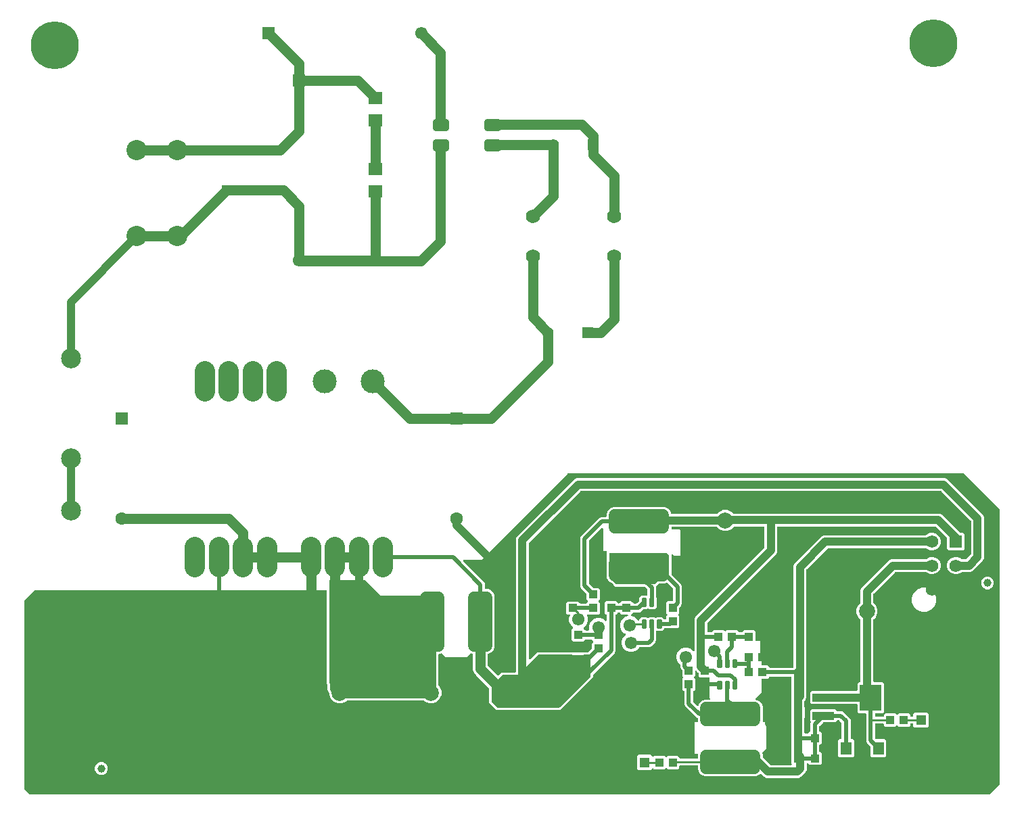
<source format=gbr>
G04 EAGLE Gerber RS-274X export*
G75*
%MOMM*%
%FSLAX34Y34*%
%LPD*%
%INTop Copper*%
%IPPOS*%
%AMOC8*
5,1,8,0,0,1.08239X$1,22.5*%
G01*
%ADD10R,1.550000X1.550000*%
%ADD11C,1.550000*%
%ADD12R,1.400000X1.400000*%
%ADD13C,1.400000*%
%ADD14C,2.000000*%
%ADD15R,1.000000X1.100000*%
%ADD16R,1.100000X1.000000*%
%ADD17C,0.775000*%
%ADD18R,1.400000X1.640000*%
%ADD19C,1.000000*%
%ADD20R,2.700000X3.300000*%
%ADD21R,2.700000X1.000000*%
%ADD22C,1.762000*%
%ADD23C,6.000000*%
%ADD24R,1.803000X1.600000*%
%ADD25C,2.500000*%
%ADD26C,3.000000*%
%ADD27C,2.540000*%
%ADD28R,1.570000X1.570000*%
%ADD29C,1.570000*%
%ADD30R,1.300000X1.300000*%
%ADD31C,1.300000*%
%ADD32C,1.500000*%
%ADD33R,1.500000X1.500000*%
%ADD34C,1.600000*%
%ADD35C,2.500000*%
%ADD36C,0.300000*%
%ADD37C,1.270000*%
%ADD38C,1.016000*%
%ADD39C,0.508000*%
%ADD40C,0.254000*%

G36*
X1219287Y11697D02*
X1219287Y11697D01*
X1219374Y11700D01*
X1219427Y11717D01*
X1219482Y11725D01*
X1219561Y11760D01*
X1219645Y11787D01*
X1219684Y11815D01*
X1219741Y11841D01*
X1219854Y11937D01*
X1219918Y11982D01*
X1232618Y24682D01*
X1232670Y24752D01*
X1232730Y24816D01*
X1232756Y24865D01*
X1232789Y24909D01*
X1232820Y24991D01*
X1232860Y25069D01*
X1232868Y25117D01*
X1232890Y25175D01*
X1232902Y25323D01*
X1232915Y25400D01*
X1232915Y368300D01*
X1232903Y368387D01*
X1232900Y368474D01*
X1232883Y368527D01*
X1232875Y368582D01*
X1232840Y368661D01*
X1232813Y368745D01*
X1232785Y368784D01*
X1232759Y368841D01*
X1232663Y368954D01*
X1232618Y369018D01*
X1188168Y413468D01*
X1188098Y413520D01*
X1188034Y413580D01*
X1187985Y413606D01*
X1187941Y413639D01*
X1187859Y413670D01*
X1187781Y413710D01*
X1187734Y413718D01*
X1187675Y413740D01*
X1187527Y413752D01*
X1187450Y413765D01*
X692150Y413765D01*
X692063Y413753D01*
X691976Y413750D01*
X691923Y413733D01*
X691869Y413725D01*
X691789Y413690D01*
X691705Y413663D01*
X691666Y413635D01*
X691609Y413609D01*
X691496Y413513D01*
X691432Y413468D01*
X583780Y305815D01*
X561722Y305815D01*
X561692Y305811D01*
X561663Y305814D01*
X561552Y305791D01*
X561440Y305775D01*
X561413Y305763D01*
X561385Y305758D01*
X561284Y305706D01*
X561181Y305659D01*
X561158Y305640D01*
X561132Y305627D01*
X561050Y305549D01*
X560964Y305476D01*
X560947Y305451D01*
X560926Y305431D01*
X560869Y305333D01*
X560806Y305239D01*
X560797Y305211D01*
X560782Y305186D01*
X560755Y305076D01*
X560720Y304968D01*
X560720Y304938D01*
X560712Y304910D01*
X560716Y304797D01*
X560713Y304684D01*
X560720Y304655D01*
X560721Y304626D01*
X560756Y304518D01*
X560785Y304409D01*
X560800Y304383D01*
X560809Y304355D01*
X560854Y304292D01*
X560930Y304164D01*
X560976Y304121D01*
X561004Y304082D01*
X587147Y277939D01*
X587991Y275902D01*
X587991Y270116D01*
X587999Y270058D01*
X587997Y270000D01*
X588019Y269918D01*
X588031Y269834D01*
X588054Y269781D01*
X588069Y269725D01*
X588112Y269652D01*
X588147Y269575D01*
X588185Y269530D01*
X588214Y269480D01*
X588276Y269422D01*
X588330Y269358D01*
X588379Y269326D01*
X588422Y269286D01*
X588497Y269247D01*
X588567Y269200D01*
X588623Y269183D01*
X588675Y269156D01*
X588743Y269145D01*
X588838Y269115D01*
X588938Y269112D01*
X589006Y269101D01*
X592039Y269101D01*
X595898Y267502D01*
X598852Y264548D01*
X600451Y260689D01*
X600451Y196511D01*
X598852Y192652D01*
X595898Y189698D01*
X592427Y188260D01*
X592426Y188259D01*
X592425Y188259D01*
X592352Y188216D01*
X592277Y188182D01*
X592234Y188146D01*
X592183Y188116D01*
X592182Y188115D01*
X592180Y188114D01*
X592119Y188049D01*
X592060Y187999D01*
X592031Y187955D01*
X591987Y187909D01*
X591987Y187908D01*
X591986Y187907D01*
X591943Y187824D01*
X591902Y187762D01*
X591887Y187714D01*
X591857Y187656D01*
X591857Y187655D01*
X591856Y187653D01*
X591854Y187639D01*
X591838Y187560D01*
X591816Y187491D01*
X591815Y187443D01*
X591802Y187377D01*
X591805Y187347D01*
X591801Y187322D01*
X591801Y173684D01*
X591813Y173597D01*
X591816Y173510D01*
X591833Y173457D01*
X591841Y173402D01*
X591876Y173322D01*
X591903Y173239D01*
X591931Y173200D01*
X591957Y173143D01*
X592053Y173030D01*
X592098Y172966D01*
X604040Y161024D01*
X604086Y160989D01*
X604127Y160947D01*
X604200Y160904D01*
X604267Y160853D01*
X604321Y160833D01*
X604372Y160803D01*
X604454Y160782D01*
X604532Y160752D01*
X604591Y160747D01*
X604647Y160733D01*
X604732Y160736D01*
X604816Y160729D01*
X604873Y160740D01*
X604932Y160742D01*
X605012Y160768D01*
X605094Y160785D01*
X605146Y160811D01*
X605202Y160829D01*
X605258Y160870D01*
X605347Y160916D01*
X605419Y160984D01*
X605475Y161024D01*
X608996Y164545D01*
X625904Y164545D01*
X625962Y164553D01*
X626020Y164551D01*
X626102Y164573D01*
X626186Y164585D01*
X626239Y164608D01*
X626295Y164623D01*
X626368Y164666D01*
X626445Y164701D01*
X626490Y164739D01*
X626540Y164768D01*
X626598Y164830D01*
X626662Y164884D01*
X626694Y164933D01*
X626734Y164976D01*
X626773Y165051D01*
X626820Y165121D01*
X626837Y165177D01*
X626864Y165229D01*
X626875Y165297D01*
X626905Y165392D01*
X626908Y165492D01*
X626919Y165560D01*
X626919Y331807D01*
X628150Y334777D01*
X697857Y404485D01*
X700273Y406900D01*
X703243Y408131D01*
X1164057Y408131D01*
X1167027Y406900D01*
X1211750Y362177D01*
X1212981Y359207D01*
X1212981Y307693D01*
X1211750Y304723D01*
X1198627Y291600D01*
X1195657Y290369D01*
X1185385Y290369D01*
X1185298Y290357D01*
X1185211Y290354D01*
X1185158Y290337D01*
X1185104Y290329D01*
X1185024Y290294D01*
X1184941Y290267D01*
X1184901Y290239D01*
X1184844Y290213D01*
X1184731Y290117D01*
X1184667Y290072D01*
X1183847Y289251D01*
X1179858Y287599D01*
X1175542Y287599D01*
X1171553Y289251D01*
X1168501Y292303D01*
X1166849Y296292D01*
X1166849Y300608D01*
X1168501Y304597D01*
X1171553Y307649D01*
X1175542Y309301D01*
X1179858Y309301D01*
X1183847Y307649D01*
X1184667Y306828D01*
X1184737Y306776D01*
X1184801Y306716D01*
X1184850Y306690D01*
X1184894Y306657D01*
X1184976Y306626D01*
X1185054Y306586D01*
X1185102Y306578D01*
X1185160Y306556D01*
X1185308Y306544D01*
X1185385Y306531D01*
X1190282Y306531D01*
X1190369Y306543D01*
X1190456Y306546D01*
X1190509Y306563D01*
X1190564Y306571D01*
X1190644Y306606D01*
X1190727Y306633D01*
X1190766Y306661D01*
X1190823Y306687D01*
X1190937Y306783D01*
X1191000Y306828D01*
X1196522Y312350D01*
X1196574Y312420D01*
X1196634Y312483D01*
X1196660Y312533D01*
X1196693Y312577D01*
X1196724Y312659D01*
X1196764Y312737D01*
X1196772Y312784D01*
X1196794Y312843D01*
X1196806Y312990D01*
X1196819Y313068D01*
X1196819Y353832D01*
X1196811Y353889D01*
X1196813Y353940D01*
X1196805Y353968D01*
X1196804Y354006D01*
X1196787Y354059D01*
X1196779Y354114D01*
X1196750Y354179D01*
X1196741Y354215D01*
X1196732Y354231D01*
X1196717Y354277D01*
X1196689Y354316D01*
X1196663Y354373D01*
X1196609Y354437D01*
X1196596Y354460D01*
X1196568Y354486D01*
X1196567Y354487D01*
X1196522Y354550D01*
X1159400Y391672D01*
X1159330Y391724D01*
X1159267Y391784D01*
X1159217Y391810D01*
X1159173Y391843D01*
X1159091Y391874D01*
X1159013Y391914D01*
X1158966Y391922D01*
X1158907Y391944D01*
X1158760Y391956D01*
X1158682Y391969D01*
X708618Y391969D01*
X708531Y391957D01*
X708444Y391954D01*
X708391Y391937D01*
X708336Y391929D01*
X708256Y391894D01*
X708173Y391867D01*
X708134Y391839D01*
X708077Y391813D01*
X707963Y391717D01*
X707900Y391672D01*
X643378Y327150D01*
X643326Y327080D01*
X643266Y327017D01*
X643240Y326967D01*
X643207Y326923D01*
X643176Y326841D01*
X643136Y326763D01*
X643128Y326716D01*
X643106Y326657D01*
X643101Y326601D01*
X643095Y326580D01*
X643093Y326504D01*
X643081Y326432D01*
X643081Y182031D01*
X643085Y182002D01*
X643082Y181972D01*
X643105Y181861D01*
X643121Y181749D01*
X643133Y181722D01*
X643138Y181694D01*
X643190Y181593D01*
X643237Y181490D01*
X643256Y181467D01*
X643269Y181441D01*
X643347Y181359D01*
X643420Y181273D01*
X643445Y181256D01*
X643465Y181235D01*
X643563Y181178D01*
X643657Y181115D01*
X643685Y181106D01*
X643710Y181092D01*
X643820Y181064D01*
X643928Y181029D01*
X643958Y181029D01*
X643986Y181021D01*
X644099Y181025D01*
X644212Y181022D01*
X644241Y181030D01*
X644270Y181030D01*
X644378Y181065D01*
X644487Y181094D01*
X644513Y181109D01*
X644541Y181118D01*
X644604Y181163D01*
X644732Y181239D01*
X644775Y181285D01*
X644814Y181313D01*
X653446Y189945D01*
X717238Y189945D01*
X717325Y189957D01*
X717412Y189960D01*
X717465Y189977D01*
X717520Y189985D01*
X717600Y190020D01*
X717683Y190047D01*
X717722Y190075D01*
X717779Y190101D01*
X717893Y190197D01*
X717956Y190242D01*
X721452Y193738D01*
X721461Y193750D01*
X721466Y193754D01*
X721480Y193775D01*
X721504Y193808D01*
X721564Y193871D01*
X721590Y193921D01*
X721623Y193965D01*
X721654Y194047D01*
X721694Y194125D01*
X721702Y194172D01*
X721724Y194231D01*
X721736Y194378D01*
X721749Y194456D01*
X721749Y200943D01*
X723288Y202482D01*
X723324Y202529D01*
X723366Y202569D01*
X723409Y202642D01*
X723459Y202709D01*
X723480Y202764D01*
X723510Y202814D01*
X723530Y202896D01*
X723561Y202975D01*
X723565Y203033D01*
X723580Y203090D01*
X723577Y203174D01*
X723584Y203258D01*
X723573Y203316D01*
X723571Y203374D01*
X723545Y203454D01*
X723528Y203537D01*
X723501Y203589D01*
X723483Y203645D01*
X723443Y203701D01*
X723397Y203789D01*
X723329Y203862D01*
X723288Y203918D01*
X721671Y205536D01*
X721628Y205608D01*
X721593Y205685D01*
X721555Y205730D01*
X721526Y205780D01*
X721464Y205838D01*
X721410Y205902D01*
X721361Y205934D01*
X721318Y205974D01*
X721243Y206013D01*
X721173Y206060D01*
X721117Y206077D01*
X721065Y206104D01*
X720997Y206115D01*
X720902Y206145D01*
X720802Y206148D01*
X720734Y206159D01*
X714366Y206159D01*
X714308Y206151D01*
X714250Y206153D01*
X714168Y206131D01*
X714084Y206119D01*
X714031Y206096D01*
X713975Y206081D01*
X713902Y206038D01*
X713825Y206003D01*
X713780Y205965D01*
X713730Y205936D01*
X713672Y205874D01*
X713608Y205820D01*
X713576Y205771D01*
X713536Y205728D01*
X713497Y205653D01*
X713450Y205583D01*
X713438Y205545D01*
X711593Y203699D01*
X698107Y203699D01*
X696349Y205457D01*
X696349Y217943D01*
X698326Y219920D01*
X698361Y219967D01*
X698404Y220007D01*
X698446Y220080D01*
X698497Y220147D01*
X698518Y220202D01*
X698548Y220252D01*
X698568Y220334D01*
X698598Y220413D01*
X698603Y220471D01*
X698618Y220528D01*
X698615Y220612D01*
X698622Y220696D01*
X698610Y220753D01*
X698609Y220812D01*
X698583Y220892D01*
X698566Y220975D01*
X698539Y221027D01*
X698521Y221082D01*
X698481Y221139D01*
X698435Y221227D01*
X698366Y221300D01*
X698326Y221356D01*
X695338Y224344D01*
X693549Y228663D01*
X693549Y233337D01*
X694692Y236095D01*
X694720Y236207D01*
X694755Y236316D01*
X694756Y236344D01*
X694763Y236371D01*
X694759Y236485D01*
X694762Y236600D01*
X694755Y236627D01*
X694755Y236655D01*
X694719Y236764D01*
X694691Y236875D01*
X694676Y236899D01*
X694668Y236926D01*
X694604Y237021D01*
X694545Y237120D01*
X694525Y237139D01*
X694510Y237162D01*
X694422Y237236D01*
X694338Y237314D01*
X694313Y237327D01*
X694292Y237345D01*
X694187Y237391D01*
X694085Y237444D01*
X694060Y237448D01*
X694032Y237460D01*
X693768Y237497D01*
X693754Y237499D01*
X691757Y237499D01*
X689999Y239257D01*
X689999Y251743D01*
X691757Y253501D01*
X705243Y253501D01*
X707079Y251664D01*
X707122Y251592D01*
X707157Y251515D01*
X707195Y251470D01*
X707224Y251420D01*
X707286Y251362D01*
X707340Y251298D01*
X707389Y251266D01*
X707432Y251226D01*
X707507Y251187D01*
X707577Y251140D01*
X707633Y251123D01*
X707685Y251096D01*
X707753Y251085D01*
X707848Y251055D01*
X707948Y251052D01*
X708016Y251041D01*
X714384Y251041D01*
X714442Y251049D01*
X714500Y251047D01*
X714582Y251069D01*
X714666Y251081D01*
X714719Y251104D01*
X714775Y251119D01*
X714848Y251162D01*
X714925Y251197D01*
X714970Y251235D01*
X715020Y251264D01*
X715078Y251326D01*
X715142Y251380D01*
X715174Y251429D01*
X715214Y251472D01*
X715253Y251547D01*
X715300Y251617D01*
X715312Y251655D01*
X716938Y253282D01*
X716974Y253329D01*
X717016Y253369D01*
X717059Y253442D01*
X717109Y253509D01*
X717130Y253564D01*
X717160Y253614D01*
X717180Y253696D01*
X717211Y253775D01*
X717215Y253833D01*
X717230Y253890D01*
X717227Y253974D01*
X717234Y254058D01*
X717223Y254116D01*
X717221Y254174D01*
X717195Y254254D01*
X717178Y254337D01*
X717151Y254389D01*
X717133Y254445D01*
X717093Y254501D01*
X717047Y254589D01*
X716979Y254662D01*
X716938Y254718D01*
X715399Y256257D01*
X715399Y262744D01*
X715387Y262831D01*
X715384Y262918D01*
X715367Y262971D01*
X715359Y263026D01*
X715324Y263106D01*
X715297Y263189D01*
X715269Y263228D01*
X715243Y263285D01*
X715147Y263399D01*
X715102Y263462D01*
X708203Y270361D01*
X707359Y272398D01*
X707359Y333002D01*
X708203Y335039D01*
X731711Y358547D01*
X733748Y359391D01*
X739534Y359391D01*
X739592Y359399D01*
X739650Y359397D01*
X739732Y359419D01*
X739816Y359431D01*
X739869Y359454D01*
X739925Y359469D01*
X739998Y359512D01*
X740075Y359547D01*
X740120Y359585D01*
X740170Y359614D01*
X740228Y359676D01*
X740292Y359730D01*
X740324Y359779D01*
X740364Y359822D01*
X740403Y359897D01*
X740450Y359967D01*
X740467Y360023D01*
X740494Y360075D01*
X740505Y360143D01*
X740535Y360238D01*
X740538Y360338D01*
X740549Y360406D01*
X740549Y363439D01*
X742148Y367298D01*
X745102Y370252D01*
X748961Y371851D01*
X813139Y371851D01*
X816998Y370252D01*
X819952Y367298D01*
X821357Y363907D01*
X821357Y363906D01*
X821358Y363905D01*
X821429Y363784D01*
X821501Y363663D01*
X821502Y363662D01*
X821503Y363660D01*
X821607Y363563D01*
X821708Y363467D01*
X821709Y363467D01*
X821710Y363466D01*
X821836Y363401D01*
X821960Y363337D01*
X821962Y363337D01*
X821963Y363336D01*
X821978Y363334D01*
X822239Y363282D01*
X822270Y363285D01*
X822295Y363281D01*
X878274Y363281D01*
X878361Y363293D01*
X878448Y363296D01*
X878501Y363313D01*
X878556Y363321D01*
X878636Y363356D01*
X878719Y363383D01*
X878758Y363411D01*
X878815Y363437D01*
X878929Y363533D01*
X878992Y363578D01*
X881636Y366221D01*
X886414Y368201D01*
X891586Y368201D01*
X896364Y366221D01*
X898608Y363978D01*
X898677Y363926D01*
X898741Y363866D01*
X898791Y363840D01*
X898835Y363807D01*
X898917Y363776D01*
X898995Y363736D01*
X899042Y363728D01*
X899101Y363706D01*
X899248Y363694D01*
X899326Y363681D01*
X1157307Y363681D01*
X1160277Y362450D01*
X1183130Y339598D01*
X1183200Y339546D01*
X1183263Y339486D01*
X1183313Y339460D01*
X1183357Y339427D01*
X1183439Y339396D01*
X1183517Y339356D01*
X1183564Y339348D01*
X1183623Y339326D01*
X1183770Y339314D01*
X1183848Y339301D01*
X1186793Y339301D01*
X1188551Y337543D01*
X1188551Y319357D01*
X1186793Y317599D01*
X1168607Y317599D01*
X1166849Y319357D01*
X1166849Y332602D01*
X1166837Y332689D01*
X1166834Y332776D01*
X1166817Y332829D01*
X1166809Y332884D01*
X1166774Y332964D01*
X1166747Y333047D01*
X1166719Y333086D01*
X1166693Y333143D01*
X1166597Y333257D01*
X1166552Y333320D01*
X1152650Y347222D01*
X1152580Y347274D01*
X1152517Y347334D01*
X1152467Y347360D01*
X1152423Y347393D01*
X1152341Y347424D01*
X1152263Y347464D01*
X1152216Y347472D01*
X1152157Y347494D01*
X1152010Y347506D01*
X1151932Y347519D01*
X955246Y347519D01*
X955188Y347511D01*
X955130Y347513D01*
X955048Y347491D01*
X954964Y347479D01*
X954911Y347456D01*
X954855Y347441D01*
X954782Y347398D01*
X954705Y347363D01*
X954660Y347325D01*
X954610Y347296D01*
X954552Y347234D01*
X954488Y347180D01*
X954456Y347131D01*
X954416Y347088D01*
X954377Y347013D01*
X954330Y346943D01*
X954313Y346887D01*
X954286Y346835D01*
X954275Y346767D01*
X954245Y346672D01*
X954242Y346572D01*
X954231Y346504D01*
X954231Y315893D01*
X953000Y312923D01*
X866898Y226820D01*
X866846Y226750D01*
X866786Y226687D01*
X866760Y226637D01*
X866727Y226593D01*
X866696Y226511D01*
X866656Y226433D01*
X866648Y226386D01*
X866626Y226327D01*
X866614Y226180D01*
X866601Y226102D01*
X866601Y216106D01*
X866609Y216048D01*
X866607Y215990D01*
X866629Y215908D01*
X866641Y215824D01*
X866664Y215771D01*
X866679Y215715D01*
X866722Y215642D01*
X866757Y215565D01*
X866795Y215520D01*
X866824Y215470D01*
X866886Y215412D01*
X866940Y215348D01*
X866989Y215316D01*
X867032Y215276D01*
X867107Y215237D01*
X867177Y215190D01*
X867233Y215173D01*
X867285Y215146D01*
X867353Y215135D01*
X867448Y215105D01*
X867548Y215102D01*
X867616Y215091D01*
X871484Y215091D01*
X871542Y215099D01*
X871600Y215097D01*
X871682Y215119D01*
X871766Y215131D01*
X871819Y215154D01*
X871875Y215169D01*
X871948Y215212D01*
X872025Y215247D01*
X872070Y215285D01*
X872120Y215314D01*
X872178Y215376D01*
X872242Y215430D01*
X872274Y215479D01*
X872314Y215522D01*
X872353Y215597D01*
X872400Y215667D01*
X872417Y215723D01*
X872444Y215775D01*
X872455Y215843D01*
X872485Y215938D01*
X872488Y216038D01*
X872499Y216106D01*
X872499Y216293D01*
X874257Y218051D01*
X886743Y218051D01*
X888282Y216512D01*
X888329Y216476D01*
X888369Y216434D01*
X888442Y216391D01*
X888509Y216341D01*
X888564Y216320D01*
X888614Y216290D01*
X888696Y216270D01*
X888775Y216239D01*
X888833Y216235D01*
X888890Y216220D01*
X888974Y216223D01*
X889058Y216216D01*
X889116Y216227D01*
X889174Y216229D01*
X889254Y216255D01*
X889337Y216272D01*
X889389Y216299D01*
X889445Y216317D01*
X889501Y216357D01*
X889589Y216403D01*
X889662Y216471D01*
X889718Y216512D01*
X891257Y218051D01*
X903743Y218051D01*
X905501Y216293D01*
X905501Y216106D01*
X905509Y216048D01*
X905507Y215990D01*
X905529Y215908D01*
X905541Y215824D01*
X905564Y215771D01*
X905579Y215715D01*
X905622Y215642D01*
X905657Y215565D01*
X905695Y215520D01*
X905724Y215470D01*
X905786Y215412D01*
X905840Y215348D01*
X905889Y215316D01*
X905932Y215276D01*
X906007Y215237D01*
X906077Y215190D01*
X906133Y215173D01*
X906185Y215146D01*
X906253Y215135D01*
X906348Y215105D01*
X906448Y215102D01*
X906516Y215091D01*
X909584Y215091D01*
X909642Y215099D01*
X909700Y215097D01*
X909782Y215119D01*
X909866Y215131D01*
X909919Y215154D01*
X909975Y215169D01*
X910048Y215212D01*
X910125Y215247D01*
X910170Y215285D01*
X910220Y215314D01*
X910278Y215376D01*
X910342Y215430D01*
X910374Y215479D01*
X910414Y215522D01*
X910453Y215597D01*
X910500Y215667D01*
X910517Y215723D01*
X910544Y215775D01*
X910555Y215843D01*
X910585Y215938D01*
X910588Y216038D01*
X910599Y216106D01*
X910599Y216293D01*
X912357Y218051D01*
X924843Y218051D01*
X926601Y216293D01*
X926601Y204851D01*
X926609Y204793D01*
X926607Y204735D01*
X926629Y204653D01*
X926641Y204569D01*
X926664Y204516D01*
X926679Y204460D01*
X926722Y204387D01*
X926757Y204310D01*
X926795Y204265D01*
X926824Y204215D01*
X926886Y204157D01*
X926940Y204093D01*
X926989Y204061D01*
X927032Y204021D01*
X927107Y203982D01*
X927177Y203935D01*
X927233Y203918D01*
X927285Y203891D01*
X927353Y203880D01*
X927448Y203850D01*
X927548Y203847D01*
X927616Y203836D01*
X933713Y203836D01*
X934086Y203463D01*
X934086Y174616D01*
X934094Y174558D01*
X934092Y174500D01*
X934114Y174418D01*
X934126Y174334D01*
X934149Y174281D01*
X934164Y174225D01*
X934207Y174152D01*
X934242Y174075D01*
X934280Y174030D01*
X934309Y173980D01*
X934371Y173922D01*
X934425Y173858D01*
X934474Y173826D01*
X934517Y173786D01*
X934592Y173747D01*
X934662Y173700D01*
X934718Y173683D01*
X934770Y173656D01*
X934838Y173645D01*
X934933Y173615D01*
X935033Y173612D01*
X935101Y173601D01*
X941843Y173601D01*
X943601Y171843D01*
X943601Y171656D01*
X943609Y171598D01*
X943607Y171540D01*
X943629Y171458D01*
X943641Y171374D01*
X943664Y171321D01*
X943679Y171265D01*
X943722Y171192D01*
X943757Y171115D01*
X943795Y171070D01*
X943824Y171020D01*
X943886Y170962D01*
X943940Y170898D01*
X943989Y170866D01*
X944032Y170826D01*
X944107Y170787D01*
X944177Y170740D01*
X944233Y170723D01*
X944285Y170696D01*
X944353Y170685D01*
X944448Y170655D01*
X944548Y170652D01*
X944616Y170641D01*
X973494Y170641D01*
X973552Y170649D01*
X973610Y170647D01*
X973692Y170669D01*
X973776Y170681D01*
X973829Y170704D01*
X973885Y170719D01*
X973958Y170762D01*
X974035Y170797D01*
X974080Y170835D01*
X974130Y170864D01*
X974188Y170926D01*
X974252Y170980D01*
X974284Y171029D01*
X974324Y171072D01*
X974363Y171147D01*
X974410Y171217D01*
X974427Y171273D01*
X974454Y171325D01*
X974465Y171393D01*
X974495Y171488D01*
X974498Y171588D01*
X974509Y171656D01*
X974509Y298397D01*
X975740Y301367D01*
X978155Y303783D01*
X1007257Y332885D01*
X1009673Y335300D01*
X1012643Y336531D01*
X1140015Y336531D01*
X1140102Y336543D01*
X1140189Y336546D01*
X1140242Y336563D01*
X1140296Y336571D01*
X1140376Y336606D01*
X1140459Y336633D01*
X1140499Y336661D01*
X1140556Y336687D01*
X1140669Y336783D01*
X1140733Y336828D01*
X1141553Y337649D01*
X1145542Y339301D01*
X1149858Y339301D01*
X1153847Y337649D01*
X1156899Y334597D01*
X1158551Y330608D01*
X1158551Y326292D01*
X1156899Y322303D01*
X1153847Y319251D01*
X1149858Y317599D01*
X1145542Y317599D01*
X1141553Y319251D01*
X1140733Y320072D01*
X1140663Y320124D01*
X1140599Y320184D01*
X1140550Y320210D01*
X1140506Y320243D01*
X1140424Y320274D01*
X1140346Y320314D01*
X1140298Y320322D01*
X1140240Y320344D01*
X1140092Y320356D01*
X1140015Y320369D01*
X1018018Y320369D01*
X1017931Y320357D01*
X1017844Y320354D01*
X1017791Y320337D01*
X1017736Y320329D01*
X1017656Y320294D01*
X1017573Y320267D01*
X1017534Y320239D01*
X1017477Y320213D01*
X1017363Y320117D01*
X1017300Y320072D01*
X990968Y293740D01*
X990916Y293670D01*
X990856Y293607D01*
X990830Y293557D01*
X990797Y293513D01*
X990766Y293431D01*
X990726Y293353D01*
X990718Y293306D01*
X990696Y293247D01*
X990684Y293100D01*
X990671Y293022D01*
X990671Y133403D01*
X989440Y130433D01*
X988428Y129420D01*
X988376Y129350D01*
X988316Y129287D01*
X988290Y129237D01*
X988257Y129193D01*
X988226Y129111D01*
X988186Y129033D01*
X988178Y128986D01*
X988156Y128927D01*
X988144Y128780D01*
X988131Y128702D01*
X988131Y121383D01*
X988143Y121297D01*
X988146Y121209D01*
X988163Y121157D01*
X988171Y121102D01*
X988206Y121022D01*
X988233Y120939D01*
X988261Y120900D01*
X988287Y120843D01*
X988383Y120729D01*
X988405Y120698D01*
X988406Y120696D01*
X988407Y120695D01*
X988428Y120666D01*
X988551Y120543D01*
X988551Y108057D01*
X988428Y107934D01*
X988376Y107865D01*
X988316Y107801D01*
X988290Y107751D01*
X988257Y107707D01*
X988226Y107626D01*
X988186Y107548D01*
X988178Y107500D01*
X988156Y107442D01*
X988144Y107294D01*
X988131Y107217D01*
X988131Y89633D01*
X988143Y89547D01*
X988146Y89459D01*
X988163Y89407D01*
X988171Y89352D01*
X988206Y89272D01*
X988233Y89189D01*
X988261Y89150D01*
X988287Y89093D01*
X988383Y88979D01*
X988428Y88916D01*
X988629Y88714D01*
X988672Y88642D01*
X988707Y88565D01*
X988745Y88520D01*
X988774Y88470D01*
X988836Y88412D01*
X988890Y88348D01*
X988939Y88316D01*
X988982Y88276D01*
X989057Y88237D01*
X989127Y88190D01*
X989183Y88173D01*
X989235Y88146D01*
X989303Y88135D01*
X989398Y88105D01*
X989498Y88102D01*
X989566Y88091D01*
X991634Y88091D01*
X991692Y88099D01*
X991750Y88097D01*
X991832Y88119D01*
X991916Y88131D01*
X991969Y88154D01*
X992025Y88169D01*
X992098Y88212D01*
X992175Y88247D01*
X992220Y88285D01*
X992270Y88314D01*
X992328Y88376D01*
X992392Y88430D01*
X992424Y88479D01*
X992464Y88522D01*
X992503Y88597D01*
X992550Y88667D01*
X992562Y88705D01*
X994407Y90551D01*
X994594Y90551D01*
X994652Y90559D01*
X994710Y90557D01*
X994792Y90579D01*
X994876Y90591D01*
X994929Y90614D01*
X994985Y90629D01*
X995058Y90672D01*
X995135Y90707D01*
X995180Y90745D01*
X995230Y90774D01*
X995288Y90836D01*
X995352Y90890D01*
X995384Y90939D01*
X995424Y90982D01*
X995463Y91057D01*
X995510Y91127D01*
X995527Y91183D01*
X995554Y91235D01*
X995565Y91303D01*
X995595Y91398D01*
X995598Y91498D01*
X995609Y91566D01*
X995609Y100702D01*
X996285Y102335D01*
X996286Y102336D01*
X996287Y102337D01*
X996320Y102470D01*
X996356Y102610D01*
X996356Y102611D01*
X996357Y102613D01*
X996352Y102754D01*
X996348Y102894D01*
X996348Y102895D01*
X996348Y102897D01*
X996306Y103026D01*
X996262Y103165D01*
X996261Y103166D01*
X996260Y103168D01*
X996251Y103180D01*
X996103Y103401D01*
X996080Y103421D01*
X996065Y103441D01*
X995399Y104107D01*
X995399Y116593D01*
X997157Y118351D01*
X1026643Y118351D01*
X1028479Y116514D01*
X1028522Y116442D01*
X1028557Y116365D01*
X1028595Y116320D01*
X1028624Y116270D01*
X1028686Y116212D01*
X1028740Y116148D01*
X1028789Y116116D01*
X1028832Y116076D01*
X1028907Y116037D01*
X1028977Y115990D01*
X1029033Y115973D01*
X1029085Y115946D01*
X1029153Y115935D01*
X1029248Y115905D01*
X1029348Y115902D01*
X1029416Y115891D01*
X1035022Y115891D01*
X1037059Y115047D01*
X1044997Y107109D01*
X1045841Y105072D01*
X1045841Y82066D01*
X1045849Y82008D01*
X1045847Y81950D01*
X1045869Y81868D01*
X1045881Y81784D01*
X1045904Y81731D01*
X1045919Y81675D01*
X1045962Y81602D01*
X1045997Y81525D01*
X1046035Y81480D01*
X1046064Y81430D01*
X1046126Y81372D01*
X1046180Y81308D01*
X1046229Y81276D01*
X1046272Y81236D01*
X1046347Y81197D01*
X1046417Y81150D01*
X1046473Y81133D01*
X1046525Y81106D01*
X1046593Y81095D01*
X1046688Y81065D01*
X1046788Y81062D01*
X1046856Y81051D01*
X1048543Y81051D01*
X1050301Y79293D01*
X1050301Y60407D01*
X1048543Y58649D01*
X1032057Y58649D01*
X1030299Y60407D01*
X1030299Y79293D01*
X1032057Y81051D01*
X1033744Y81051D01*
X1033802Y81059D01*
X1033860Y81057D01*
X1033942Y81079D01*
X1034026Y81091D01*
X1034079Y81114D01*
X1034135Y81129D01*
X1034208Y81172D01*
X1034285Y81207D01*
X1034330Y81245D01*
X1034380Y81274D01*
X1034438Y81336D01*
X1034502Y81390D01*
X1034534Y81439D01*
X1034574Y81482D01*
X1034613Y81557D01*
X1034660Y81627D01*
X1034677Y81683D01*
X1034704Y81735D01*
X1034715Y81803D01*
X1034745Y81898D01*
X1034748Y81998D01*
X1034759Y82066D01*
X1034759Y101254D01*
X1034747Y101341D01*
X1034744Y101428D01*
X1034727Y101481D01*
X1034719Y101536D01*
X1034684Y101616D01*
X1034657Y101699D01*
X1034629Y101738D01*
X1034603Y101795D01*
X1034507Y101909D01*
X1034462Y101972D01*
X1031922Y104512D01*
X1031853Y104564D01*
X1031789Y104624D01*
X1031739Y104650D01*
X1031695Y104683D01*
X1031613Y104714D01*
X1031535Y104754D01*
X1031488Y104762D01*
X1031429Y104784D01*
X1031282Y104796D01*
X1031204Y104809D01*
X1029416Y104809D01*
X1029358Y104801D01*
X1029300Y104803D01*
X1029218Y104781D01*
X1029134Y104769D01*
X1029081Y104746D01*
X1029025Y104731D01*
X1028952Y104688D01*
X1028875Y104653D01*
X1028830Y104615D01*
X1028780Y104586D01*
X1028722Y104524D01*
X1028658Y104470D01*
X1028626Y104421D01*
X1028586Y104378D01*
X1028547Y104303D01*
X1028500Y104233D01*
X1028488Y104195D01*
X1026643Y102349D01*
X1012156Y102349D01*
X1012069Y102337D01*
X1011982Y102334D01*
X1011929Y102317D01*
X1011874Y102309D01*
X1011794Y102274D01*
X1011711Y102247D01*
X1011672Y102219D01*
X1011615Y102193D01*
X1011501Y102097D01*
X1011438Y102052D01*
X1006988Y97602D01*
X1006936Y97532D01*
X1006876Y97469D01*
X1006850Y97419D01*
X1006817Y97375D01*
X1006786Y97293D01*
X1006746Y97215D01*
X1006738Y97168D01*
X1006716Y97109D01*
X1006704Y96962D01*
X1006691Y96884D01*
X1006691Y91566D01*
X1006699Y91508D01*
X1006697Y91450D01*
X1006719Y91368D01*
X1006731Y91284D01*
X1006754Y91231D01*
X1006769Y91175D01*
X1006812Y91102D01*
X1006847Y91025D01*
X1006885Y90980D01*
X1006914Y90930D01*
X1006976Y90872D01*
X1007030Y90808D01*
X1007079Y90776D01*
X1007122Y90736D01*
X1007197Y90697D01*
X1007267Y90650D01*
X1007323Y90633D01*
X1007375Y90606D01*
X1007443Y90595D01*
X1007538Y90565D01*
X1007638Y90562D01*
X1007706Y90551D01*
X1007893Y90551D01*
X1009651Y88793D01*
X1009651Y76307D01*
X1007893Y74549D01*
X1007706Y74549D01*
X1007648Y74541D01*
X1007590Y74543D01*
X1007508Y74521D01*
X1007424Y74509D01*
X1007371Y74486D01*
X1007315Y74471D01*
X1007242Y74428D01*
X1007165Y74393D01*
X1007120Y74355D01*
X1007070Y74326D01*
X1007012Y74264D01*
X1006948Y74210D01*
X1006916Y74161D01*
X1006876Y74118D01*
X1006837Y74043D01*
X1006790Y73973D01*
X1006773Y73917D01*
X1006746Y73865D01*
X1006735Y73797D01*
X1006705Y73702D01*
X1006702Y73602D01*
X1006691Y73534D01*
X1006691Y66166D01*
X1006699Y66108D01*
X1006697Y66050D01*
X1006719Y65968D01*
X1006731Y65884D01*
X1006754Y65831D01*
X1006769Y65775D01*
X1006812Y65702D01*
X1006847Y65625D01*
X1006885Y65580D01*
X1006914Y65530D01*
X1006976Y65472D01*
X1007030Y65408D01*
X1007079Y65376D01*
X1007122Y65336D01*
X1007197Y65297D01*
X1007267Y65250D01*
X1007323Y65233D01*
X1007375Y65206D01*
X1007443Y65195D01*
X1007538Y65165D01*
X1007638Y65162D01*
X1007706Y65151D01*
X1007893Y65151D01*
X1009651Y63393D01*
X1009651Y50907D01*
X1007893Y49149D01*
X994407Y49149D01*
X992794Y50762D01*
X992770Y50780D01*
X992751Y50802D01*
X992657Y50865D01*
X992567Y50933D01*
X992539Y50944D01*
X992515Y50960D01*
X992407Y50994D01*
X992301Y51035D01*
X992272Y51037D01*
X992244Y51046D01*
X992130Y51049D01*
X992018Y51058D01*
X991989Y51052D01*
X991960Y51053D01*
X991850Y51025D01*
X991739Y51002D01*
X991713Y50989D01*
X991685Y50981D01*
X991587Y50923D01*
X991487Y50871D01*
X991465Y50851D01*
X991440Y50836D01*
X991363Y50754D01*
X991281Y50675D01*
X991266Y50650D01*
X991246Y50629D01*
X991194Y50528D01*
X991137Y50430D01*
X991130Y50402D01*
X991116Y50376D01*
X991103Y50298D01*
X991067Y50155D01*
X991069Y50092D01*
X991061Y50045D01*
X991061Y42843D01*
X989830Y39873D01*
X983747Y33790D01*
X980777Y32559D01*
X940733Y32559D01*
X937763Y33790D01*
X934069Y37483D01*
X934022Y37518D01*
X933982Y37561D01*
X933909Y37603D01*
X933842Y37654D01*
X933787Y37675D01*
X933737Y37704D01*
X933655Y37725D01*
X933576Y37755D01*
X933518Y37760D01*
X933461Y37774D01*
X933377Y37772D01*
X933293Y37779D01*
X933236Y37767D01*
X933177Y37765D01*
X933097Y37739D01*
X933014Y37723D01*
X932962Y37696D01*
X932907Y37678D01*
X932850Y37638D01*
X932762Y37592D01*
X932690Y37523D01*
X932633Y37483D01*
X931298Y36148D01*
X927439Y34549D01*
X863261Y34549D01*
X859402Y36148D01*
X856448Y39102D01*
X854849Y42961D01*
X854849Y47264D01*
X854842Y47315D01*
X854843Y47335D01*
X854842Y47339D01*
X854843Y47380D01*
X854821Y47462D01*
X854809Y47546D01*
X854786Y47599D01*
X854771Y47655D01*
X854728Y47728D01*
X854693Y47805D01*
X854655Y47850D01*
X854626Y47900D01*
X854564Y47958D01*
X854510Y48022D01*
X854461Y48054D01*
X854418Y48094D01*
X854343Y48133D01*
X854273Y48180D01*
X854217Y48197D01*
X854165Y48224D01*
X854097Y48235D01*
X854002Y48265D01*
X853902Y48268D01*
X853834Y48279D01*
X832516Y48279D01*
X832458Y48271D01*
X832400Y48273D01*
X832318Y48251D01*
X832234Y48239D01*
X832181Y48216D01*
X832125Y48201D01*
X832052Y48158D01*
X831975Y48123D01*
X831930Y48085D01*
X831880Y48056D01*
X831822Y47994D01*
X831758Y47940D01*
X831726Y47891D01*
X831686Y47848D01*
X831647Y47773D01*
X831600Y47703D01*
X831583Y47647D01*
X831556Y47595D01*
X831545Y47527D01*
X831515Y47432D01*
X831512Y47332D01*
X831501Y47264D01*
X831501Y45257D01*
X829743Y43499D01*
X817257Y43499D01*
X815718Y45038D01*
X815671Y45074D01*
X815631Y45116D01*
X815558Y45159D01*
X815491Y45209D01*
X815436Y45230D01*
X815386Y45260D01*
X815304Y45280D01*
X815225Y45311D01*
X815167Y45315D01*
X815110Y45330D01*
X815026Y45327D01*
X814942Y45334D01*
X814884Y45323D01*
X814826Y45321D01*
X814746Y45295D01*
X814663Y45278D01*
X814611Y45251D01*
X814555Y45233D01*
X814499Y45193D01*
X814411Y45147D01*
X814338Y45078D01*
X814282Y45038D01*
X812743Y43499D01*
X800257Y43499D01*
X799218Y44538D01*
X799171Y44574D01*
X799131Y44616D01*
X799058Y44659D01*
X798991Y44709D01*
X798936Y44730D01*
X798886Y44760D01*
X798804Y44780D01*
X798725Y44811D01*
X798667Y44815D01*
X798610Y44830D01*
X798526Y44827D01*
X798442Y44834D01*
X798384Y44823D01*
X798326Y44821D01*
X798246Y44795D01*
X798163Y44778D01*
X798111Y44751D01*
X798055Y44733D01*
X797999Y44693D01*
X797911Y44647D01*
X797838Y44579D01*
X797782Y44538D01*
X795743Y42499D01*
X780257Y42499D01*
X778499Y44257D01*
X778499Y59743D01*
X780257Y61501D01*
X795743Y61501D01*
X797782Y59462D01*
X797829Y59426D01*
X797869Y59384D01*
X797942Y59341D01*
X798009Y59291D01*
X798064Y59270D01*
X798114Y59240D01*
X798196Y59219D01*
X798275Y59189D01*
X798333Y59185D01*
X798390Y59170D01*
X798474Y59173D01*
X798558Y59166D01*
X798615Y59177D01*
X798674Y59179D01*
X798754Y59205D01*
X798837Y59222D01*
X798889Y59249D01*
X798944Y59267D01*
X799001Y59307D01*
X799089Y59353D01*
X799162Y59422D01*
X799218Y59462D01*
X800257Y60501D01*
X812743Y60501D01*
X814282Y58962D01*
X814329Y58926D01*
X814369Y58884D01*
X814442Y58841D01*
X814509Y58791D01*
X814564Y58770D01*
X814614Y58740D01*
X814696Y58720D01*
X814775Y58689D01*
X814833Y58685D01*
X814890Y58670D01*
X814974Y58673D01*
X815058Y58666D01*
X815116Y58677D01*
X815174Y58679D01*
X815254Y58705D01*
X815337Y58722D01*
X815389Y58749D01*
X815445Y58767D01*
X815501Y58807D01*
X815589Y58853D01*
X815662Y58921D01*
X815718Y58962D01*
X817257Y60501D01*
X829743Y60501D01*
X831501Y58743D01*
X831501Y57836D01*
X831509Y57778D01*
X831507Y57720D01*
X831529Y57638D01*
X831541Y57554D01*
X831564Y57501D01*
X831579Y57445D01*
X831622Y57372D01*
X831657Y57295D01*
X831695Y57250D01*
X831724Y57200D01*
X831786Y57142D01*
X831840Y57078D01*
X831889Y57046D01*
X831932Y57006D01*
X832007Y56967D01*
X832077Y56920D01*
X832133Y56903D01*
X832185Y56876D01*
X832253Y56865D01*
X832348Y56835D01*
X832448Y56832D01*
X832516Y56821D01*
X853834Y56821D01*
X853892Y56829D01*
X853950Y56827D01*
X854032Y56849D01*
X854116Y56861D01*
X854169Y56884D01*
X854225Y56899D01*
X854298Y56942D01*
X854375Y56977D01*
X854420Y57015D01*
X854470Y57044D01*
X854528Y57106D01*
X854592Y57160D01*
X854624Y57209D01*
X854664Y57252D01*
X854703Y57327D01*
X854750Y57397D01*
X854767Y57453D01*
X854794Y57505D01*
X854805Y57573D01*
X854835Y57668D01*
X854838Y57768D01*
X854849Y57836D01*
X854849Y61849D01*
X854841Y61907D01*
X854843Y61965D01*
X854821Y62047D01*
X854809Y62131D01*
X854786Y62184D01*
X854771Y62240D01*
X854728Y62313D01*
X854693Y62390D01*
X854655Y62435D01*
X854626Y62485D01*
X854564Y62543D01*
X854510Y62607D01*
X854461Y62639D01*
X854418Y62679D01*
X854343Y62718D01*
X854273Y62765D01*
X854217Y62782D01*
X854165Y62809D01*
X854097Y62820D01*
X854002Y62850D01*
X853902Y62853D01*
X853834Y62864D01*
X850637Y62864D01*
X850264Y63237D01*
X850264Y101863D01*
X850637Y102236D01*
X853834Y102236D01*
X853892Y102244D01*
X853950Y102242D01*
X854032Y102264D01*
X854116Y102276D01*
X854169Y102299D01*
X854225Y102314D01*
X854298Y102357D01*
X854375Y102392D01*
X854420Y102430D01*
X854470Y102459D01*
X854528Y102521D01*
X854592Y102575D01*
X854624Y102624D01*
X854664Y102667D01*
X854703Y102742D01*
X854750Y102812D01*
X854767Y102868D01*
X854794Y102920D01*
X854805Y102988D01*
X854835Y103083D01*
X854838Y103183D01*
X854849Y103251D01*
X854849Y106542D01*
X854849Y106543D01*
X854849Y106545D01*
X854829Y106685D01*
X854809Y106823D01*
X854809Y106825D01*
X854809Y106826D01*
X854752Y106952D01*
X854693Y107082D01*
X854692Y107084D01*
X854691Y107085D01*
X854600Y107192D01*
X854510Y107299D01*
X854508Y107300D01*
X854507Y107302D01*
X854494Y107310D01*
X854273Y107457D01*
X854244Y107466D01*
X854223Y107480D01*
X853321Y107853D01*
X838583Y122591D01*
X837739Y124628D01*
X837739Y140734D01*
X837731Y140792D01*
X837733Y140850D01*
X837711Y140932D01*
X837699Y141016D01*
X837676Y141069D01*
X837661Y141125D01*
X837618Y141198D01*
X837583Y141275D01*
X837545Y141320D01*
X837516Y141370D01*
X837454Y141428D01*
X837400Y141492D01*
X837351Y141524D01*
X837308Y141564D01*
X837233Y141603D01*
X837163Y141650D01*
X837125Y141662D01*
X835279Y143507D01*
X835279Y156993D01*
X836318Y158032D01*
X836354Y158079D01*
X836396Y158119D01*
X836439Y158192D01*
X836489Y158259D01*
X836510Y158314D01*
X836540Y158364D01*
X836560Y158446D01*
X836591Y158525D01*
X836595Y158583D01*
X836610Y158640D01*
X836607Y158724D01*
X836614Y158808D01*
X836603Y158866D01*
X836601Y158924D01*
X836575Y159004D01*
X836558Y159087D01*
X836531Y159139D01*
X836513Y159195D01*
X836473Y159251D01*
X836427Y159339D01*
X836359Y159412D01*
X836318Y159468D01*
X835279Y160507D01*
X835279Y166994D01*
X835267Y167081D01*
X835264Y167169D01*
X835247Y167221D01*
X835239Y167276D01*
X835204Y167356D01*
X835177Y167439D01*
X835149Y167478D01*
X835123Y167535D01*
X835053Y167618D01*
X835032Y167654D01*
X835007Y167677D01*
X834982Y167712D01*
X833503Y169191D01*
X832659Y171228D01*
X832659Y173922D01*
X832647Y174009D01*
X832644Y174096D01*
X832627Y174149D01*
X832619Y174204D01*
X832584Y174283D01*
X832557Y174367D01*
X832529Y174406D01*
X832503Y174463D01*
X832407Y174576D01*
X832362Y174640D01*
X829508Y177494D01*
X827719Y181813D01*
X827719Y186487D01*
X829508Y190806D01*
X832814Y194112D01*
X837133Y195901D01*
X841807Y195901D01*
X846126Y194112D01*
X848706Y191532D01*
X848730Y191514D01*
X848749Y191492D01*
X848843Y191429D01*
X848933Y191361D01*
X848961Y191351D01*
X848985Y191334D01*
X849093Y191300D01*
X849199Y191260D01*
X849228Y191257D01*
X849256Y191249D01*
X849370Y191246D01*
X849482Y191236D01*
X849511Y191242D01*
X849540Y191241D01*
X849650Y191270D01*
X849761Y191292D01*
X849787Y191306D01*
X849815Y191313D01*
X849913Y191371D01*
X850013Y191423D01*
X850035Y191443D01*
X850060Y191458D01*
X850137Y191541D01*
X850219Y191619D01*
X850234Y191644D01*
X850254Y191666D01*
X850306Y191766D01*
X850363Y191864D01*
X850370Y191893D01*
X850384Y191919D01*
X850397Y191996D01*
X850433Y192140D01*
X850431Y192202D01*
X850439Y192250D01*
X850439Y231477D01*
X851670Y234447D01*
X937772Y320550D01*
X937824Y320620D01*
X937884Y320683D01*
X937910Y320733D01*
X937943Y320777D01*
X937974Y320859D01*
X938014Y320937D01*
X938022Y320984D01*
X938044Y321043D01*
X938054Y321165D01*
X938055Y321168D01*
X938056Y321183D01*
X938056Y321190D01*
X938069Y321268D01*
X938069Y346504D01*
X938061Y346562D01*
X938063Y346620D01*
X938041Y346702D01*
X938029Y346786D01*
X938006Y346839D01*
X937991Y346895D01*
X937948Y346968D01*
X937913Y347045D01*
X937875Y347090D01*
X937846Y347140D01*
X937784Y347198D01*
X937730Y347262D01*
X937681Y347294D01*
X937638Y347334D01*
X937563Y347373D01*
X937493Y347420D01*
X937437Y347437D01*
X937385Y347464D01*
X937317Y347475D01*
X937222Y347505D01*
X937122Y347508D01*
X937054Y347519D01*
X900126Y347519D01*
X900039Y347507D01*
X899952Y347504D01*
X899899Y347487D01*
X899844Y347479D01*
X899764Y347444D01*
X899681Y347417D01*
X899642Y347389D01*
X899585Y347363D01*
X899471Y347267D01*
X899408Y347222D01*
X896364Y344179D01*
X891586Y342199D01*
X886414Y342199D01*
X881636Y344179D01*
X878992Y346822D01*
X878923Y346874D01*
X878859Y346934D01*
X878809Y346960D01*
X878765Y346993D01*
X878683Y347024D01*
X878605Y347064D01*
X878558Y347072D01*
X878499Y347094D01*
X878352Y347106D01*
X878274Y347119D01*
X822566Y347119D01*
X822508Y347111D01*
X822450Y347113D01*
X822368Y347091D01*
X822284Y347079D01*
X822231Y347056D01*
X822175Y347041D01*
X822102Y346998D01*
X822025Y346963D01*
X821980Y346925D01*
X821930Y346896D01*
X821872Y346834D01*
X821808Y346780D01*
X821776Y346731D01*
X821736Y346688D01*
X821697Y346613D01*
X821650Y346543D01*
X821633Y346487D01*
X821606Y346435D01*
X821595Y346367D01*
X821565Y346272D01*
X821562Y346172D01*
X821551Y346104D01*
X821551Y344551D01*
X821559Y344493D01*
X821557Y344435D01*
X821579Y344353D01*
X821591Y344269D01*
X821614Y344216D01*
X821629Y344160D01*
X821672Y344087D01*
X821707Y344010D01*
X821745Y343965D01*
X821774Y343915D01*
X821836Y343857D01*
X821890Y343793D01*
X821939Y343761D01*
X821982Y343721D01*
X822057Y343682D01*
X822127Y343635D01*
X822183Y343618D01*
X822235Y343591D01*
X822303Y343580D01*
X822398Y343550D01*
X822498Y343547D01*
X822566Y343536D01*
X832113Y343536D01*
X832486Y343163D01*
X832486Y310887D01*
X832113Y310514D01*
X825237Y310514D01*
X824567Y311184D01*
X823249Y312502D01*
X823225Y312520D01*
X823206Y312542D01*
X823112Y312605D01*
X823022Y312673D01*
X822994Y312683D01*
X822970Y312700D01*
X822862Y312734D01*
X822756Y312774D01*
X822727Y312777D01*
X822699Y312785D01*
X822585Y312788D01*
X822473Y312798D01*
X822444Y312792D01*
X822415Y312793D01*
X822305Y312764D01*
X822194Y312742D01*
X822168Y312728D01*
X822140Y312721D01*
X822042Y312663D01*
X821942Y312611D01*
X821920Y312591D01*
X821895Y312576D01*
X821818Y312493D01*
X821736Y312415D01*
X821721Y312390D01*
X821701Y312368D01*
X821649Y312268D01*
X821592Y312170D01*
X821585Y312141D01*
X821571Y312115D01*
X821558Y312038D01*
X821522Y311894D01*
X821524Y311832D01*
X821516Y311784D01*
X821516Y303725D01*
X821520Y303695D01*
X821518Y303664D01*
X821535Y303587D01*
X821551Y303478D01*
X821551Y287706D01*
X821563Y287619D01*
X821566Y287532D01*
X821583Y287479D01*
X821591Y287424D01*
X821626Y287344D01*
X821653Y287261D01*
X821681Y287222D01*
X821707Y287165D01*
X821803Y287051D01*
X821848Y286988D01*
X833997Y274839D01*
X834841Y272802D01*
X834841Y250398D01*
X833997Y248361D01*
X831598Y245962D01*
X831546Y245892D01*
X831486Y245829D01*
X831460Y245779D01*
X831427Y245735D01*
X831396Y245653D01*
X831356Y245576D01*
X831348Y245528D01*
X831326Y245469D01*
X831318Y245369D01*
X831315Y245360D01*
X831314Y245322D01*
X831301Y245244D01*
X831301Y238757D01*
X830262Y237718D01*
X830226Y237671D01*
X830184Y237631D01*
X830141Y237558D01*
X830091Y237491D01*
X830070Y237436D01*
X830040Y237386D01*
X830020Y237304D01*
X829989Y237225D01*
X829985Y237167D01*
X829970Y237110D01*
X829973Y237026D01*
X829966Y236942D01*
X829977Y236884D01*
X829979Y236826D01*
X830005Y236746D01*
X830022Y236663D01*
X830049Y236611D01*
X830067Y236555D01*
X830107Y236499D01*
X830153Y236411D01*
X830221Y236338D01*
X830262Y236282D01*
X831301Y235243D01*
X831301Y221757D01*
X829543Y219999D01*
X821701Y219999D01*
X821670Y219995D01*
X821639Y219997D01*
X821563Y219980D01*
X821419Y219959D01*
X813245Y219959D01*
X813158Y219947D01*
X813071Y219944D01*
X813018Y219927D01*
X812963Y219919D01*
X812883Y219884D01*
X812800Y219857D01*
X812761Y219829D01*
X812704Y219803D01*
X812591Y219707D01*
X812527Y219662D01*
X809864Y216999D01*
X803556Y216999D01*
X803498Y216991D01*
X803440Y216993D01*
X803358Y216971D01*
X803274Y216959D01*
X803221Y216936D01*
X803165Y216921D01*
X803092Y216878D01*
X803015Y216843D01*
X802970Y216805D01*
X802920Y216776D01*
X802862Y216714D01*
X802798Y216660D01*
X802766Y216611D01*
X802726Y216568D01*
X802687Y216493D01*
X802640Y216423D01*
X802623Y216367D01*
X802596Y216315D01*
X802585Y216247D01*
X802555Y216152D01*
X802552Y216052D01*
X802541Y215984D01*
X802541Y204898D01*
X801697Y202861D01*
X796139Y197303D01*
X794102Y196459D01*
X782102Y196459D01*
X782101Y196459D01*
X782099Y196459D01*
X781960Y196439D01*
X781821Y196419D01*
X781819Y196419D01*
X781818Y196419D01*
X781692Y196362D01*
X781561Y196303D01*
X781560Y196302D01*
X781559Y196301D01*
X781452Y196210D01*
X781344Y196120D01*
X781343Y196118D01*
X781342Y196117D01*
X781334Y196104D01*
X781187Y195883D01*
X781177Y195854D01*
X781164Y195833D01*
X780962Y195344D01*
X777656Y192038D01*
X773337Y190249D01*
X768663Y190249D01*
X764344Y192038D01*
X761038Y195344D01*
X759249Y199663D01*
X759249Y204337D01*
X761038Y208656D01*
X764049Y211667D01*
X764118Y211759D01*
X764192Y211847D01*
X764204Y211872D01*
X764220Y211895D01*
X764261Y212002D01*
X764308Y212107D01*
X764311Y212134D01*
X764321Y212160D01*
X764331Y212275D01*
X764347Y212388D01*
X764343Y212416D01*
X764345Y212443D01*
X764322Y212556D01*
X764306Y212670D01*
X764295Y212695D01*
X764289Y212722D01*
X764236Y212824D01*
X764189Y212929D01*
X764171Y212950D01*
X764158Y212975D01*
X764079Y213058D01*
X764005Y213145D01*
X763983Y213158D01*
X763962Y213181D01*
X763733Y213315D01*
X763720Y213323D01*
X762948Y213643D01*
X759643Y216948D01*
X757854Y221267D01*
X757854Y225942D01*
X759643Y230261D01*
X762948Y233566D01*
X766762Y235146D01*
X766836Y235190D01*
X766914Y235225D01*
X766958Y235262D01*
X767007Y235291D01*
X767066Y235353D01*
X767131Y235409D01*
X767163Y235456D01*
X767202Y235497D01*
X767241Y235574D01*
X767289Y235645D01*
X767306Y235699D01*
X767332Y235750D01*
X767349Y235834D01*
X767375Y235916D01*
X767376Y235973D01*
X767387Y236029D01*
X767380Y236114D01*
X767382Y236200D01*
X767368Y236255D01*
X767363Y236312D01*
X767332Y236392D01*
X767310Y236475D01*
X767281Y236524D01*
X767261Y236577D01*
X767209Y236646D01*
X767165Y236720D01*
X767124Y236759D01*
X767089Y236804D01*
X767020Y236856D01*
X766958Y236914D01*
X766907Y236940D01*
X766862Y236974D01*
X766781Y237005D01*
X766705Y237044D01*
X766656Y237052D01*
X766596Y237075D01*
X766451Y237086D01*
X766374Y237099D01*
X758957Y237099D01*
X757199Y238857D01*
X757199Y239044D01*
X757191Y239102D01*
X757193Y239160D01*
X757171Y239242D01*
X757159Y239326D01*
X757136Y239379D01*
X757121Y239435D01*
X757078Y239508D01*
X757043Y239585D01*
X757005Y239630D01*
X756976Y239680D01*
X756914Y239738D01*
X756860Y239802D01*
X756811Y239834D01*
X756768Y239874D01*
X756693Y239913D01*
X756623Y239960D01*
X756567Y239977D01*
X756515Y240004D01*
X756447Y240015D01*
X756352Y240045D01*
X756252Y240048D01*
X756184Y240059D01*
X755166Y240059D01*
X755108Y240051D01*
X755050Y240053D01*
X754968Y240031D01*
X754884Y240019D01*
X754831Y239996D01*
X754775Y239981D01*
X754702Y239938D01*
X754625Y239903D01*
X754580Y239865D01*
X754530Y239836D01*
X754472Y239774D01*
X754408Y239720D01*
X754376Y239671D01*
X754336Y239628D01*
X754297Y239553D01*
X754250Y239483D01*
X754233Y239427D01*
X754206Y239375D01*
X754195Y239307D01*
X754165Y239212D01*
X754162Y239112D01*
X754151Y239044D01*
X754151Y238857D01*
X752314Y237021D01*
X752242Y236978D01*
X752165Y236943D01*
X752120Y236905D01*
X752070Y236876D01*
X752012Y236814D01*
X751948Y236760D01*
X751916Y236711D01*
X751876Y236668D01*
X751837Y236593D01*
X751790Y236523D01*
X751773Y236467D01*
X751746Y236415D01*
X751735Y236347D01*
X751705Y236252D01*
X751702Y236152D01*
X751691Y236084D01*
X751691Y191148D01*
X750847Y189111D01*
X749146Y187410D01*
X723642Y161906D01*
X723590Y161837D01*
X723530Y161773D01*
X723504Y161723D01*
X723471Y161679D01*
X723440Y161597D01*
X723400Y161520D01*
X723392Y161472D01*
X723370Y161413D01*
X723358Y161266D01*
X723345Y161188D01*
X723345Y158146D01*
X682594Y117395D01*
X602646Y117395D01*
X593645Y126396D01*
X593645Y144550D01*
X593633Y144637D01*
X593630Y144724D01*
X593613Y144777D01*
X593605Y144832D01*
X593570Y144912D01*
X593543Y144995D01*
X593515Y145034D01*
X593489Y145091D01*
X593393Y145204D01*
X593348Y145268D01*
X577296Y161320D01*
X574523Y164093D01*
X573099Y167530D01*
X573099Y187322D01*
X573099Y187324D01*
X573099Y187325D01*
X573090Y187392D01*
X573091Y187439D01*
X573073Y187508D01*
X573059Y187604D01*
X573059Y187605D01*
X573059Y187607D01*
X573032Y187667D01*
X573019Y187714D01*
X572982Y187777D01*
X572943Y187863D01*
X572942Y187864D01*
X572941Y187866D01*
X572900Y187914D01*
X572874Y187959D01*
X572818Y188012D01*
X572760Y188080D01*
X572758Y188081D01*
X572757Y188082D01*
X572744Y188090D01*
X572708Y188115D01*
X572667Y188153D01*
X572594Y188190D01*
X572523Y188238D01*
X572494Y188247D01*
X572473Y188260D01*
X571464Y188678D01*
X571462Y188679D01*
X571461Y188679D01*
X571325Y188714D01*
X571188Y188749D01*
X571187Y188749D01*
X571185Y188749D01*
X571045Y188745D01*
X570904Y188741D01*
X570903Y188741D01*
X570901Y188740D01*
X570770Y188698D01*
X570633Y188654D01*
X570632Y188653D01*
X570631Y188653D01*
X570619Y188644D01*
X570397Y188496D01*
X570377Y188473D01*
X570357Y188458D01*
X565413Y183514D01*
X539487Y183514D01*
X534543Y188458D01*
X534542Y188459D01*
X534541Y188460D01*
X534425Y188546D01*
X534316Y188629D01*
X534314Y188630D01*
X534313Y188631D01*
X534179Y188681D01*
X534050Y188730D01*
X534048Y188730D01*
X534047Y188731D01*
X533902Y188743D01*
X533767Y188754D01*
X533765Y188754D01*
X533764Y188754D01*
X533748Y188750D01*
X533488Y188698D01*
X533461Y188684D01*
X533436Y188678D01*
X532039Y188099D01*
X531066Y188099D01*
X531008Y188091D01*
X530950Y188093D01*
X530868Y188071D01*
X530784Y188059D01*
X530731Y188036D01*
X530675Y188021D01*
X530602Y187978D01*
X530525Y187943D01*
X530480Y187905D01*
X530430Y187876D01*
X530372Y187814D01*
X530308Y187760D01*
X530276Y187711D01*
X530236Y187668D01*
X530197Y187593D01*
X530150Y187523D01*
X530133Y187467D01*
X530106Y187415D01*
X530095Y187347D01*
X530065Y187252D01*
X530062Y187152D01*
X530051Y187084D01*
X530051Y148756D01*
X530063Y148669D01*
X530066Y148582D01*
X530083Y148529D01*
X530091Y148474D01*
X530126Y148394D01*
X530153Y148311D01*
X530181Y148272D01*
X530207Y148215D01*
X530261Y148151D01*
X530287Y148108D01*
X530322Y148075D01*
X530348Y148038D01*
X531721Y146664D01*
X533701Y141886D01*
X533701Y136714D01*
X531721Y131936D01*
X528064Y128279D01*
X523286Y126299D01*
X518114Y126299D01*
X513336Y128279D01*
X511962Y129652D01*
X511893Y129704D01*
X511829Y129764D01*
X511779Y129790D01*
X511735Y129823D01*
X511653Y129854D01*
X511575Y129894D01*
X511528Y129902D01*
X511469Y129924D01*
X511322Y129936D01*
X511244Y129949D01*
X415856Y129949D01*
X415769Y129937D01*
X415682Y129934D01*
X415629Y129917D01*
X415574Y129909D01*
X415494Y129874D01*
X415411Y129847D01*
X415372Y129819D01*
X415315Y129793D01*
X415201Y129697D01*
X415138Y129652D01*
X413764Y128279D01*
X408986Y126299D01*
X403814Y126299D01*
X399036Y128279D01*
X395379Y131936D01*
X393399Y136714D01*
X393399Y138656D01*
X393392Y138704D01*
X393393Y138707D01*
X393391Y138712D01*
X393387Y138743D01*
X393384Y138830D01*
X393367Y138883D01*
X393359Y138938D01*
X393324Y139018D01*
X393297Y139101D01*
X393269Y139140D01*
X393243Y139197D01*
X393147Y139310D01*
X393102Y139374D01*
X392473Y140003D01*
X391049Y143440D01*
X391049Y149488D01*
X391037Y149575D01*
X391034Y149662D01*
X391017Y149715D01*
X391009Y149770D01*
X390974Y149850D01*
X390947Y149933D01*
X390919Y149972D01*
X390893Y150029D01*
X390797Y150143D01*
X390752Y150206D01*
X390064Y150894D01*
X390064Y266700D01*
X390056Y266758D01*
X390058Y266816D01*
X390036Y266898D01*
X390024Y266982D01*
X390001Y267035D01*
X389986Y267091D01*
X389943Y267164D01*
X389908Y267241D01*
X389870Y267286D01*
X389841Y267336D01*
X389779Y267394D01*
X389725Y267458D01*
X389676Y267490D01*
X389633Y267530D01*
X389558Y267569D01*
X389488Y267616D01*
X389432Y267633D01*
X389380Y267660D01*
X389312Y267671D01*
X389217Y267701D01*
X389117Y267704D01*
X389049Y267715D01*
X25400Y267715D01*
X25313Y267703D01*
X25226Y267700D01*
X25173Y267683D01*
X25119Y267675D01*
X25039Y267640D01*
X24955Y267613D01*
X24916Y267585D01*
X24859Y267559D01*
X24746Y267463D01*
X24682Y267418D01*
X11982Y254718D01*
X11930Y254648D01*
X11870Y254584D01*
X11844Y254535D01*
X11811Y254491D01*
X11780Y254409D01*
X11740Y254331D01*
X11732Y254284D01*
X11710Y254225D01*
X11698Y254077D01*
X11685Y254000D01*
X11685Y19050D01*
X11697Y18963D01*
X11700Y18876D01*
X11717Y18823D01*
X11725Y18769D01*
X11760Y18689D01*
X11787Y18605D01*
X11815Y18566D01*
X11841Y18509D01*
X11937Y18396D01*
X11982Y18332D01*
X18332Y11982D01*
X18402Y11930D01*
X18466Y11870D01*
X18515Y11844D01*
X18559Y11811D01*
X18641Y11780D01*
X18719Y11740D01*
X18767Y11732D01*
X18825Y11710D01*
X18973Y11698D01*
X19050Y11685D01*
X1219200Y11685D01*
X1219287Y11697D01*
G37*
G36*
X508042Y139073D02*
X508042Y139073D01*
X508084Y139071D01*
X508151Y139093D01*
X508221Y139105D01*
X508257Y139127D01*
X508298Y139140D01*
X508371Y139194D01*
X508414Y139220D01*
X508427Y139236D01*
X508448Y139252D01*
X521148Y151952D01*
X521173Y151986D01*
X521204Y152015D01*
X521231Y152067D01*
X521240Y152079D01*
X521244Y152088D01*
X521277Y152136D01*
X521287Y152177D01*
X521307Y152215D01*
X521320Y152304D01*
X521333Y152353D01*
X521330Y152374D01*
X521334Y152400D01*
X521334Y247650D01*
X521327Y247692D01*
X521329Y247734D01*
X521307Y247801D01*
X521295Y247871D01*
X521273Y247907D01*
X521260Y247948D01*
X521206Y248021D01*
X521180Y248064D01*
X521164Y248077D01*
X521148Y248098D01*
X508448Y260798D01*
X508414Y260823D01*
X508385Y260854D01*
X508322Y260886D01*
X508264Y260927D01*
X508223Y260937D01*
X508185Y260957D01*
X508096Y260970D01*
X508047Y260983D01*
X508026Y260980D01*
X508000Y260984D01*
X457463Y260984D01*
X438598Y279848D01*
X438564Y279873D01*
X438535Y279904D01*
X438472Y279936D01*
X438414Y279977D01*
X438373Y279987D01*
X438335Y280007D01*
X438246Y280020D01*
X438197Y280033D01*
X438176Y280030D01*
X438150Y280034D01*
X393700Y280034D01*
X393635Y280023D01*
X393569Y280021D01*
X393526Y280003D01*
X393479Y279995D01*
X393422Y279961D01*
X393362Y279936D01*
X393327Y279905D01*
X393286Y279880D01*
X393245Y279829D01*
X393196Y279785D01*
X393174Y279743D01*
X393145Y279706D01*
X393124Y279644D01*
X393093Y279585D01*
X393085Y279531D01*
X393073Y279494D01*
X393074Y279454D01*
X393066Y279400D01*
X393066Y152400D01*
X393073Y152358D01*
X393071Y152316D01*
X393093Y152249D01*
X393105Y152179D01*
X393127Y152143D01*
X393140Y152102D01*
X393176Y152054D01*
X393179Y152047D01*
X393192Y152032D01*
X393194Y152029D01*
X393220Y151986D01*
X393236Y151973D01*
X393252Y151952D01*
X405952Y139252D01*
X405986Y139227D01*
X406015Y139196D01*
X406078Y139164D01*
X406136Y139123D01*
X406177Y139113D01*
X406215Y139093D01*
X406304Y139080D01*
X406353Y139068D01*
X406374Y139070D01*
X406400Y139066D01*
X508000Y139066D01*
X508042Y139073D01*
G37*
%LPC*%
G36*
X1072357Y58649D02*
X1072357Y58649D01*
X1070599Y60407D01*
X1070599Y71594D01*
X1070591Y71651D01*
X1070593Y71701D01*
X1070586Y71728D01*
X1070584Y71769D01*
X1070567Y71821D01*
X1070559Y71876D01*
X1070529Y71943D01*
X1070521Y71976D01*
X1070513Y71989D01*
X1070497Y72039D01*
X1070469Y72078D01*
X1070443Y72135D01*
X1070386Y72203D01*
X1070376Y72220D01*
X1070355Y72240D01*
X1070347Y72249D01*
X1070302Y72312D01*
X1067904Y74710D01*
X1066203Y76411D01*
X1065359Y78448D01*
X1065359Y112834D01*
X1065351Y112892D01*
X1065353Y112950D01*
X1065331Y113032D01*
X1065319Y113116D01*
X1065296Y113169D01*
X1065281Y113225D01*
X1065238Y113298D01*
X1065203Y113375D01*
X1065165Y113420D01*
X1065136Y113470D01*
X1065074Y113528D01*
X1065020Y113592D01*
X1064971Y113624D01*
X1064928Y113664D01*
X1064853Y113703D01*
X1064783Y113750D01*
X1064727Y113767D01*
X1064675Y113794D01*
X1064607Y113805D01*
X1064512Y113835D01*
X1064412Y113838D01*
X1064344Y113849D01*
X1056157Y113849D01*
X1054399Y115607D01*
X1054399Y124254D01*
X1054391Y124312D01*
X1054393Y124370D01*
X1054371Y124452D01*
X1054359Y124536D01*
X1054336Y124589D01*
X1054321Y124645D01*
X1054278Y124718D01*
X1054243Y124795D01*
X1054205Y124840D01*
X1054176Y124890D01*
X1054114Y124948D01*
X1054060Y125012D01*
X1054011Y125044D01*
X1053968Y125084D01*
X1053893Y125123D01*
X1053823Y125170D01*
X1053767Y125187D01*
X1053715Y125214D01*
X1053647Y125225D01*
X1053552Y125255D01*
X1053452Y125258D01*
X1053384Y125269D01*
X1010293Y125269D01*
X1010286Y125272D01*
X1010256Y125280D01*
X1010229Y125294D01*
X1010151Y125307D01*
X1010011Y125343D01*
X1009946Y125341D01*
X1009898Y125349D01*
X997157Y125349D01*
X995399Y127107D01*
X995399Y139593D01*
X997157Y141351D01*
X1009898Y141351D01*
X1009928Y141355D01*
X1009959Y141353D01*
X1010035Y141370D01*
X1010179Y141391D01*
X1010238Y141417D01*
X1010286Y141428D01*
X1010293Y141431D01*
X1053384Y141431D01*
X1053442Y141439D01*
X1053500Y141437D01*
X1053582Y141459D01*
X1053666Y141471D01*
X1053719Y141494D01*
X1053775Y141509D01*
X1053848Y141552D01*
X1053925Y141587D01*
X1053970Y141625D01*
X1054020Y141654D01*
X1054078Y141716D01*
X1054142Y141770D01*
X1054174Y141819D01*
X1054214Y141862D01*
X1054253Y141937D01*
X1054300Y142007D01*
X1054317Y142063D01*
X1054344Y142115D01*
X1054355Y142183D01*
X1054385Y142278D01*
X1054388Y142378D01*
X1054399Y142446D01*
X1054399Y151093D01*
X1056157Y152851D01*
X1057304Y152851D01*
X1057362Y152859D01*
X1057420Y152857D01*
X1057502Y152879D01*
X1057586Y152891D01*
X1057639Y152914D01*
X1057695Y152929D01*
X1057768Y152972D01*
X1057845Y153007D01*
X1057890Y153045D01*
X1057940Y153074D01*
X1057998Y153136D01*
X1058062Y153190D01*
X1058094Y153239D01*
X1058134Y153282D01*
X1058173Y153357D01*
X1058220Y153427D01*
X1058237Y153483D01*
X1058264Y153535D01*
X1058275Y153603D01*
X1058305Y153698D01*
X1058308Y153798D01*
X1058319Y153866D01*
X1058319Y230574D01*
X1058307Y230661D01*
X1058304Y230748D01*
X1058287Y230801D01*
X1058279Y230856D01*
X1058244Y230936D01*
X1058217Y231019D01*
X1058189Y231058D01*
X1058163Y231115D01*
X1058067Y231229D01*
X1058022Y231292D01*
X1055379Y233936D01*
X1053399Y238714D01*
X1053399Y243886D01*
X1055379Y248664D01*
X1058022Y251308D01*
X1058074Y251377D01*
X1058134Y251441D01*
X1058160Y251491D01*
X1058193Y251535D01*
X1058224Y251617D01*
X1058264Y251695D01*
X1058272Y251742D01*
X1058294Y251801D01*
X1058306Y251948D01*
X1058319Y252026D01*
X1058319Y267907D01*
X1059550Y270877D01*
X1093973Y305300D01*
X1096943Y306531D01*
X1140015Y306531D01*
X1140102Y306543D01*
X1140189Y306546D01*
X1140242Y306563D01*
X1140296Y306571D01*
X1140376Y306606D01*
X1140460Y306633D01*
X1140499Y306661D01*
X1140556Y306687D01*
X1140669Y306783D01*
X1140733Y306828D01*
X1141554Y307649D01*
X1145542Y309301D01*
X1149858Y309301D01*
X1153847Y307649D01*
X1156899Y304597D01*
X1158551Y300608D01*
X1158551Y296292D01*
X1156899Y292303D01*
X1153847Y289251D01*
X1149858Y287599D01*
X1145542Y287599D01*
X1141554Y289251D01*
X1140733Y290072D01*
X1140663Y290124D01*
X1140599Y290184D01*
X1140550Y290210D01*
X1140506Y290243D01*
X1140424Y290274D01*
X1140346Y290314D01*
X1140299Y290322D01*
X1140240Y290344D01*
X1140092Y290356D01*
X1140015Y290369D01*
X1102318Y290369D01*
X1102231Y290357D01*
X1102144Y290354D01*
X1102091Y290337D01*
X1102036Y290329D01*
X1101956Y290294D01*
X1101873Y290267D01*
X1101834Y290239D01*
X1101777Y290213D01*
X1101663Y290117D01*
X1101600Y290072D01*
X1074778Y263250D01*
X1074726Y263180D01*
X1074666Y263117D01*
X1074640Y263067D01*
X1074607Y263023D01*
X1074576Y262941D01*
X1074536Y262863D01*
X1074528Y262816D01*
X1074506Y262757D01*
X1074494Y262610D01*
X1074481Y262532D01*
X1074481Y252026D01*
X1074493Y251939D01*
X1074496Y251852D01*
X1074513Y251799D01*
X1074521Y251744D01*
X1074556Y251664D01*
X1074583Y251581D01*
X1074611Y251542D01*
X1074637Y251485D01*
X1074733Y251371D01*
X1074778Y251308D01*
X1077421Y248664D01*
X1079401Y243886D01*
X1079401Y238714D01*
X1077421Y233936D01*
X1074778Y231292D01*
X1074726Y231223D01*
X1074666Y231159D01*
X1074640Y231109D01*
X1074607Y231065D01*
X1074576Y230983D01*
X1074536Y230905D01*
X1074528Y230858D01*
X1074506Y230799D01*
X1074494Y230652D01*
X1074481Y230574D01*
X1074481Y153866D01*
X1074489Y153808D01*
X1074487Y153750D01*
X1074509Y153668D01*
X1074521Y153584D01*
X1074544Y153531D01*
X1074559Y153475D01*
X1074602Y153402D01*
X1074637Y153325D01*
X1074675Y153280D01*
X1074704Y153230D01*
X1074766Y153172D01*
X1074820Y153108D01*
X1074869Y153076D01*
X1074912Y153036D01*
X1074987Y152997D01*
X1075057Y152950D01*
X1075113Y152933D01*
X1075165Y152906D01*
X1075233Y152895D01*
X1075328Y152865D01*
X1075428Y152862D01*
X1075496Y152851D01*
X1085643Y152851D01*
X1087401Y151093D01*
X1087401Y115607D01*
X1085643Y113849D01*
X1077456Y113849D01*
X1077398Y113841D01*
X1077340Y113843D01*
X1077258Y113821D01*
X1077174Y113809D01*
X1077121Y113786D01*
X1077065Y113771D01*
X1076992Y113728D01*
X1076915Y113693D01*
X1076870Y113655D01*
X1076820Y113626D01*
X1076762Y113564D01*
X1076698Y113510D01*
X1076666Y113461D01*
X1076626Y113418D01*
X1076587Y113343D01*
X1076540Y113273D01*
X1076523Y113217D01*
X1076496Y113165D01*
X1076485Y113097D01*
X1076455Y113002D01*
X1076452Y112902D01*
X1076441Y112834D01*
X1076441Y110286D01*
X1076449Y110228D01*
X1076447Y110170D01*
X1076469Y110088D01*
X1076481Y110004D01*
X1076504Y109951D01*
X1076519Y109895D01*
X1076562Y109822D01*
X1076597Y109745D01*
X1076635Y109700D01*
X1076664Y109650D01*
X1076726Y109592D01*
X1076780Y109528D01*
X1076829Y109496D01*
X1076872Y109456D01*
X1076947Y109417D01*
X1077017Y109370D01*
X1077073Y109353D01*
X1077125Y109326D01*
X1077193Y109315D01*
X1077288Y109285D01*
X1077388Y109282D01*
X1077456Y109271D01*
X1086484Y109271D01*
X1086542Y109279D01*
X1086600Y109277D01*
X1086682Y109299D01*
X1086766Y109311D01*
X1086819Y109334D01*
X1086875Y109349D01*
X1086948Y109392D01*
X1087025Y109427D01*
X1087070Y109465D01*
X1087120Y109494D01*
X1087178Y109556D01*
X1087242Y109610D01*
X1087274Y109659D01*
X1087314Y109702D01*
X1087353Y109777D01*
X1087400Y109847D01*
X1087417Y109903D01*
X1087444Y109955D01*
X1087455Y110023D01*
X1087485Y110118D01*
X1087488Y110218D01*
X1087499Y110286D01*
X1087499Y111743D01*
X1089257Y113501D01*
X1101743Y113501D01*
X1103282Y111962D01*
X1103329Y111926D01*
X1103369Y111884D01*
X1103442Y111841D01*
X1103509Y111791D01*
X1103564Y111770D01*
X1103614Y111740D01*
X1103696Y111720D01*
X1103775Y111689D01*
X1103833Y111685D01*
X1103890Y111670D01*
X1103974Y111673D01*
X1104058Y111666D01*
X1104116Y111677D01*
X1104174Y111679D01*
X1104254Y111705D01*
X1104337Y111722D01*
X1104389Y111749D01*
X1104445Y111767D01*
X1104501Y111807D01*
X1104589Y111853D01*
X1104662Y111922D01*
X1104718Y111962D01*
X1106257Y113501D01*
X1118743Y113501D01*
X1120501Y111743D01*
X1120501Y110286D01*
X1120509Y110228D01*
X1120507Y110170D01*
X1120529Y110088D01*
X1120541Y110004D01*
X1120564Y109951D01*
X1120579Y109895D01*
X1120622Y109822D01*
X1120657Y109745D01*
X1120695Y109700D01*
X1120724Y109650D01*
X1120786Y109592D01*
X1120840Y109528D01*
X1120889Y109496D01*
X1120932Y109456D01*
X1121007Y109417D01*
X1121077Y109370D01*
X1121133Y109353D01*
X1121185Y109326D01*
X1121253Y109315D01*
X1121348Y109285D01*
X1121448Y109282D01*
X1121516Y109271D01*
X1123484Y109271D01*
X1123542Y109279D01*
X1123600Y109277D01*
X1123682Y109299D01*
X1123766Y109311D01*
X1123819Y109334D01*
X1123875Y109349D01*
X1123948Y109392D01*
X1124025Y109427D01*
X1124070Y109465D01*
X1124120Y109494D01*
X1124178Y109556D01*
X1124242Y109610D01*
X1124274Y109659D01*
X1124314Y109702D01*
X1124353Y109777D01*
X1124400Y109847D01*
X1124417Y109903D01*
X1124444Y109955D01*
X1124455Y110023D01*
X1124485Y110118D01*
X1124488Y110218D01*
X1124499Y110286D01*
X1124499Y112743D01*
X1126257Y114501D01*
X1141743Y114501D01*
X1143501Y112743D01*
X1143501Y97257D01*
X1141743Y95499D01*
X1126257Y95499D01*
X1124499Y97257D01*
X1124499Y99714D01*
X1124491Y99772D01*
X1124493Y99830D01*
X1124471Y99912D01*
X1124459Y99996D01*
X1124436Y100049D01*
X1124421Y100105D01*
X1124378Y100178D01*
X1124343Y100255D01*
X1124305Y100300D01*
X1124276Y100350D01*
X1124214Y100408D01*
X1124160Y100472D01*
X1124111Y100504D01*
X1124068Y100544D01*
X1123993Y100583D01*
X1123923Y100630D01*
X1123867Y100647D01*
X1123815Y100674D01*
X1123747Y100685D01*
X1123652Y100715D01*
X1123552Y100718D01*
X1123484Y100729D01*
X1121516Y100729D01*
X1121458Y100721D01*
X1121400Y100723D01*
X1121318Y100701D01*
X1121234Y100689D01*
X1121181Y100666D01*
X1121125Y100651D01*
X1121052Y100608D01*
X1120975Y100573D01*
X1120930Y100535D01*
X1120880Y100506D01*
X1120822Y100444D01*
X1120758Y100390D01*
X1120726Y100341D01*
X1120686Y100298D01*
X1120647Y100223D01*
X1120600Y100153D01*
X1120583Y100097D01*
X1120556Y100045D01*
X1120545Y99977D01*
X1120515Y99882D01*
X1120512Y99782D01*
X1120501Y99714D01*
X1120501Y98257D01*
X1118743Y96499D01*
X1106257Y96499D01*
X1104718Y98038D01*
X1104671Y98074D01*
X1104631Y98116D01*
X1104558Y98159D01*
X1104491Y98209D01*
X1104436Y98230D01*
X1104386Y98260D01*
X1104304Y98280D01*
X1104225Y98311D01*
X1104167Y98315D01*
X1104110Y98330D01*
X1104026Y98327D01*
X1103942Y98334D01*
X1103884Y98323D01*
X1103826Y98321D01*
X1103746Y98295D01*
X1103663Y98278D01*
X1103611Y98251D01*
X1103555Y98233D01*
X1103499Y98193D01*
X1103411Y98147D01*
X1103338Y98079D01*
X1103282Y98038D01*
X1101743Y96499D01*
X1089257Y96499D01*
X1087499Y98257D01*
X1087499Y99714D01*
X1087491Y99772D01*
X1087493Y99830D01*
X1087471Y99912D01*
X1087459Y99996D01*
X1087436Y100049D01*
X1087421Y100105D01*
X1087378Y100178D01*
X1087343Y100255D01*
X1087305Y100300D01*
X1087276Y100350D01*
X1087214Y100408D01*
X1087160Y100472D01*
X1087111Y100504D01*
X1087068Y100544D01*
X1086993Y100583D01*
X1086923Y100630D01*
X1086867Y100647D01*
X1086815Y100674D01*
X1086747Y100685D01*
X1086652Y100715D01*
X1086552Y100718D01*
X1086484Y100729D01*
X1077456Y100729D01*
X1077398Y100721D01*
X1077340Y100723D01*
X1077258Y100701D01*
X1077174Y100689D01*
X1077121Y100666D01*
X1077065Y100651D01*
X1076992Y100608D01*
X1076915Y100573D01*
X1076870Y100535D01*
X1076820Y100506D01*
X1076762Y100444D01*
X1076698Y100390D01*
X1076666Y100341D01*
X1076626Y100298D01*
X1076587Y100223D01*
X1076540Y100153D01*
X1076523Y100097D01*
X1076496Y100045D01*
X1076485Y99977D01*
X1076455Y99882D01*
X1076452Y99782D01*
X1076441Y99714D01*
X1076441Y82266D01*
X1076453Y82179D01*
X1076456Y82092D01*
X1076473Y82039D01*
X1076481Y81984D01*
X1076516Y81904D01*
X1076543Y81821D01*
X1076571Y81782D01*
X1076597Y81725D01*
X1076693Y81612D01*
X1076738Y81548D01*
X1076938Y81348D01*
X1077008Y81296D01*
X1077071Y81236D01*
X1077121Y81210D01*
X1077165Y81177D01*
X1077247Y81146D01*
X1077324Y81106D01*
X1077372Y81098D01*
X1077430Y81076D01*
X1077578Y81064D01*
X1077656Y81051D01*
X1088843Y81051D01*
X1090601Y79293D01*
X1090601Y60407D01*
X1088843Y58649D01*
X1072357Y58649D01*
G37*
%LPD*%
G36*
X680846Y120411D02*
X680846Y120411D01*
X680972Y120418D01*
X681018Y120431D01*
X681066Y120437D01*
X681185Y120479D01*
X681307Y120514D01*
X681349Y120538D01*
X681394Y120554D01*
X681501Y120623D01*
X681611Y120684D01*
X681657Y120724D01*
X681687Y120743D01*
X681721Y120778D01*
X681797Y120843D01*
X719897Y158943D01*
X719962Y159025D01*
X720011Y159075D01*
X720020Y159092D01*
X720060Y159136D01*
X720084Y159178D01*
X720114Y159216D01*
X720168Y159330D01*
X720229Y159441D01*
X720242Y159487D01*
X720263Y159531D01*
X720289Y159654D01*
X720324Y159776D01*
X720329Y159837D01*
X720336Y159872D01*
X720335Y159920D01*
X720343Y160020D01*
X720343Y185420D01*
X720340Y185446D01*
X720342Y185472D01*
X720320Y185619D01*
X720303Y185766D01*
X720295Y185791D01*
X720291Y185817D01*
X720236Y185955D01*
X720186Y186094D01*
X720172Y186116D01*
X720162Y186141D01*
X720077Y186262D01*
X719997Y186387D01*
X719978Y186405D01*
X719963Y186427D01*
X719853Y186526D01*
X719746Y186629D01*
X719724Y186643D01*
X719704Y186660D01*
X719574Y186732D01*
X719447Y186808D01*
X719422Y186816D01*
X719399Y186829D01*
X719256Y186869D01*
X719115Y186914D01*
X719089Y186916D01*
X719064Y186924D01*
X718820Y186943D01*
X712468Y186943D01*
X712342Y186929D01*
X712216Y186922D01*
X712170Y186909D01*
X712122Y186903D01*
X712003Y186861D01*
X711881Y186826D01*
X711839Y186802D01*
X711794Y186786D01*
X711687Y186717D01*
X711655Y186699D01*
X698055Y186699D01*
X698036Y186714D01*
X697922Y186768D01*
X697811Y186829D01*
X697765Y186842D01*
X697721Y186863D01*
X697598Y186889D01*
X697476Y186924D01*
X697415Y186929D01*
X697381Y186936D01*
X697332Y186935D01*
X697232Y186943D01*
X655320Y186943D01*
X655194Y186929D01*
X655068Y186922D01*
X655022Y186909D01*
X654974Y186903D01*
X654855Y186861D01*
X654733Y186826D01*
X654691Y186802D01*
X654646Y186786D01*
X654539Y186717D01*
X654429Y186656D01*
X654383Y186616D01*
X654353Y186597D01*
X654319Y186562D01*
X654243Y186497D01*
X629289Y161543D01*
X610870Y161543D01*
X610744Y161529D01*
X610618Y161522D01*
X610572Y161509D01*
X610524Y161503D01*
X610405Y161461D01*
X610283Y161426D01*
X610241Y161402D01*
X610196Y161386D01*
X610089Y161317D01*
X609979Y161256D01*
X609933Y161216D01*
X609903Y161197D01*
X609886Y161179D01*
X609884Y161178D01*
X609866Y161159D01*
X609793Y161097D01*
X597093Y148397D01*
X597014Y148298D01*
X596930Y148204D01*
X596906Y148162D01*
X596876Y148124D01*
X596822Y148010D01*
X596761Y147899D01*
X596748Y147853D01*
X596727Y147809D01*
X596701Y147686D01*
X596666Y147564D01*
X596662Y147503D01*
X596654Y147468D01*
X596655Y147420D01*
X596647Y147320D01*
X596647Y128270D01*
X596661Y128144D01*
X596668Y128018D01*
X596681Y127972D01*
X596687Y127924D01*
X596729Y127805D01*
X596764Y127683D01*
X596788Y127641D01*
X596804Y127596D01*
X596873Y127489D01*
X596934Y127379D01*
X596974Y127333D01*
X596993Y127303D01*
X597028Y127269D01*
X597093Y127193D01*
X603443Y120843D01*
X603542Y120764D01*
X603636Y120680D01*
X603678Y120656D01*
X603716Y120626D01*
X603830Y120572D01*
X603941Y120511D01*
X603987Y120498D01*
X604031Y120477D01*
X604154Y120451D01*
X604276Y120416D01*
X604337Y120412D01*
X604372Y120404D01*
X604420Y120405D01*
X604520Y120397D01*
X680720Y120397D01*
X680846Y120411D01*
G37*
G36*
X971314Y48725D02*
X971314Y48725D01*
X971343Y48722D01*
X971454Y48745D01*
X971566Y48761D01*
X971593Y48773D01*
X971622Y48778D01*
X971722Y48831D01*
X971825Y48877D01*
X971848Y48896D01*
X971874Y48909D01*
X971956Y48987D01*
X972042Y49060D01*
X972059Y49085D01*
X972080Y49105D01*
X972137Y49203D01*
X972200Y49297D01*
X972209Y49325D01*
X972224Y49350D01*
X972252Y49460D01*
X972286Y49568D01*
X972287Y49598D01*
X972294Y49626D01*
X972290Y49739D01*
X972293Y49852D01*
X972286Y49881D01*
X972285Y49910D01*
X972250Y50018D01*
X972221Y50127D01*
X972206Y50153D01*
X972197Y50181D01*
X972152Y50245D01*
X972076Y50372D01*
X972030Y50415D01*
X972002Y50454D01*
X971549Y50907D01*
X971549Y63393D01*
X971672Y63516D01*
X971724Y63585D01*
X971784Y63649D01*
X971810Y63699D01*
X971843Y63743D01*
X971874Y63824D01*
X971914Y63902D01*
X971922Y63950D01*
X971944Y64008D01*
X971956Y64156D01*
X971969Y64233D01*
X971969Y75467D01*
X971957Y75553D01*
X971954Y75641D01*
X971937Y75693D01*
X971929Y75748D01*
X971894Y75828D01*
X971867Y75911D01*
X971839Y75950D01*
X971813Y76007D01*
X971717Y76121D01*
X971672Y76184D01*
X971549Y76307D01*
X971549Y88793D01*
X971672Y88916D01*
X971724Y88985D01*
X971784Y89049D01*
X971810Y89099D01*
X971843Y89143D01*
X971874Y89224D01*
X971914Y89302D01*
X971922Y89350D01*
X971944Y89408D01*
X971956Y89556D01*
X971969Y89633D01*
X971969Y107217D01*
X971957Y107303D01*
X971954Y107391D01*
X971937Y107443D01*
X971929Y107498D01*
X971894Y107578D01*
X971867Y107661D01*
X971839Y107700D01*
X971813Y107757D01*
X971717Y107871D01*
X971672Y107934D01*
X971549Y108057D01*
X971549Y120543D01*
X971672Y120666D01*
X971724Y120735D01*
X971784Y120799D01*
X971810Y120849D01*
X971843Y120893D01*
X971874Y120974D01*
X971914Y121052D01*
X971922Y121100D01*
X971944Y121158D01*
X971956Y121306D01*
X971969Y121383D01*
X971969Y158544D01*
X971961Y158602D01*
X971963Y158660D01*
X971941Y158742D01*
X971929Y158826D01*
X971906Y158879D01*
X971891Y158935D01*
X971848Y159008D01*
X971813Y159085D01*
X971775Y159130D01*
X971746Y159180D01*
X971684Y159238D01*
X971630Y159302D01*
X971581Y159334D01*
X971538Y159374D01*
X971463Y159413D01*
X971393Y159460D01*
X971337Y159477D01*
X971285Y159504D01*
X971217Y159515D01*
X971122Y159545D01*
X971022Y159548D01*
X970954Y159559D01*
X944616Y159559D01*
X944558Y159551D01*
X944500Y159553D01*
X944418Y159531D01*
X944334Y159519D01*
X944281Y159496D01*
X944225Y159481D01*
X944152Y159438D01*
X944075Y159403D01*
X944030Y159365D01*
X943980Y159336D01*
X943922Y159274D01*
X943858Y159220D01*
X943826Y159171D01*
X943786Y159128D01*
X943747Y159053D01*
X943700Y158983D01*
X943683Y158927D01*
X943656Y158875D01*
X943645Y158807D01*
X943615Y158712D01*
X943612Y158612D01*
X943601Y158544D01*
X943601Y158357D01*
X941843Y156599D01*
X935101Y156599D01*
X935043Y156591D01*
X934985Y156593D01*
X934903Y156571D01*
X934819Y156559D01*
X934766Y156536D01*
X934710Y156521D01*
X934637Y156478D01*
X934560Y156443D01*
X934515Y156405D01*
X934465Y156376D01*
X934407Y156314D01*
X934343Y156260D01*
X934311Y156211D01*
X934271Y156168D01*
X934232Y156093D01*
X934185Y156023D01*
X934168Y155967D01*
X934141Y155915D01*
X934130Y155847D01*
X934100Y155752D01*
X934097Y155652D01*
X934086Y155584D01*
X934086Y139437D01*
X927066Y132417D01*
X926930Y132281D01*
X926861Y132189D01*
X926787Y132101D01*
X926776Y132076D01*
X926759Y132054D01*
X926718Y131947D01*
X926672Y131841D01*
X926668Y131814D01*
X926658Y131788D01*
X926648Y131674D01*
X926633Y131560D01*
X926637Y131532D01*
X926634Y131505D01*
X926657Y131392D01*
X926673Y131279D01*
X926685Y131253D01*
X926690Y131226D01*
X926743Y131124D01*
X926790Y131019D01*
X926808Y130998D01*
X926821Y130974D01*
X926900Y130891D01*
X926975Y130803D01*
X926996Y130790D01*
X927017Y130768D01*
X927247Y130633D01*
X927259Y130625D01*
X931298Y128952D01*
X934252Y125998D01*
X935851Y122139D01*
X935851Y103251D01*
X935859Y103193D01*
X935857Y103135D01*
X935879Y103053D01*
X935891Y102969D01*
X935914Y102916D01*
X935929Y102860D01*
X935972Y102787D01*
X936007Y102710D01*
X936045Y102665D01*
X936074Y102615D01*
X936136Y102557D01*
X936190Y102493D01*
X936239Y102461D01*
X936282Y102421D01*
X936357Y102382D01*
X936427Y102335D01*
X936483Y102318D01*
X936535Y102291D01*
X936603Y102280D01*
X936698Y102250D01*
X936798Y102247D01*
X936866Y102236D01*
X940063Y102236D01*
X940436Y101863D01*
X940436Y69587D01*
X935492Y64643D01*
X935491Y64642D01*
X935490Y64641D01*
X935404Y64525D01*
X935321Y64416D01*
X935320Y64414D01*
X935319Y64413D01*
X935269Y64279D01*
X935220Y64150D01*
X935220Y64148D01*
X935219Y64147D01*
X935207Y64002D01*
X935196Y63867D01*
X935196Y63865D01*
X935196Y63864D01*
X935200Y63848D01*
X935252Y63588D01*
X935266Y63561D01*
X935272Y63536D01*
X935851Y62139D01*
X935851Y58978D01*
X935863Y58891D01*
X935866Y58804D01*
X935883Y58751D01*
X935891Y58696D01*
X935926Y58616D01*
X935953Y58533D01*
X935981Y58494D01*
X936007Y58437D01*
X936103Y58323D01*
X936148Y58260D01*
X945390Y49018D01*
X945460Y48966D01*
X945523Y48906D01*
X945573Y48880D01*
X945617Y48847D01*
X945699Y48816D01*
X945777Y48776D01*
X945824Y48768D01*
X945883Y48746D01*
X946030Y48734D01*
X946108Y48721D01*
X971285Y48721D01*
X971314Y48725D01*
G37*
G36*
X717786Y217257D02*
X717786Y217257D01*
X717900Y217267D01*
X717926Y217277D01*
X717954Y217281D01*
X718059Y217328D01*
X718166Y217369D01*
X718188Y217385D01*
X718213Y217397D01*
X718301Y217471D01*
X718392Y217540D01*
X718409Y217563D01*
X718430Y217580D01*
X718494Y217676D01*
X718563Y217768D01*
X718572Y217794D01*
X718588Y217817D01*
X718623Y217927D01*
X718663Y218034D01*
X718665Y218062D01*
X718674Y218088D01*
X718677Y218203D01*
X718686Y218317D01*
X718680Y218342D01*
X718681Y218372D01*
X718614Y218629D01*
X718610Y218645D01*
X718499Y218913D01*
X718499Y223587D01*
X720288Y227906D01*
X723594Y231212D01*
X727913Y233001D01*
X732587Y233001D01*
X736906Y231212D01*
X738876Y229242D01*
X738900Y229224D01*
X738919Y229202D01*
X738968Y229169D01*
X739006Y229133D01*
X739051Y229110D01*
X739103Y229071D01*
X739131Y229061D01*
X739155Y229044D01*
X739220Y229024D01*
X739259Y229004D01*
X739296Y228998D01*
X739369Y228970D01*
X739398Y228967D01*
X739426Y228959D01*
X739540Y228956D01*
X739553Y228954D01*
X739590Y228948D01*
X739594Y228948D01*
X739607Y228950D01*
X739652Y228946D01*
X739681Y228952D01*
X739710Y228951D01*
X739820Y228980D01*
X739826Y228981D01*
X739876Y228988D01*
X739887Y228993D01*
X739931Y229002D01*
X739957Y229016D01*
X739985Y229023D01*
X740083Y229081D01*
X740084Y229081D01*
X740135Y229104D01*
X740146Y229114D01*
X740183Y229133D01*
X740205Y229153D01*
X740230Y229168D01*
X740305Y229248D01*
X740352Y229288D01*
X740361Y229302D01*
X740389Y229329D01*
X740404Y229354D01*
X740424Y229376D01*
X740471Y229467D01*
X740510Y229525D01*
X740516Y229545D01*
X740533Y229574D01*
X740540Y229603D01*
X740554Y229629D01*
X740566Y229705D01*
X740595Y229796D01*
X740596Y229821D01*
X740603Y229850D01*
X740601Y229912D01*
X740609Y229960D01*
X740609Y236084D01*
X740602Y236137D01*
X740603Y236171D01*
X740602Y236174D01*
X740603Y236200D01*
X740581Y236282D01*
X740569Y236366D01*
X740546Y236419D01*
X740531Y236475D01*
X740488Y236548D01*
X740453Y236625D01*
X740415Y236670D01*
X740386Y236720D01*
X740324Y236778D01*
X740270Y236842D01*
X740221Y236874D01*
X740178Y236914D01*
X740103Y236953D01*
X740033Y237000D01*
X739995Y237012D01*
X738149Y238857D01*
X738149Y252343D01*
X739907Y254101D01*
X752393Y254101D01*
X754151Y252343D01*
X754151Y252156D01*
X754159Y252098D01*
X754157Y252040D01*
X754179Y251958D01*
X754191Y251874D01*
X754214Y251821D01*
X754229Y251765D01*
X754272Y251692D01*
X754307Y251615D01*
X754345Y251570D01*
X754374Y251520D01*
X754436Y251462D01*
X754490Y251398D01*
X754539Y251366D01*
X754582Y251326D01*
X754657Y251287D01*
X754727Y251240D01*
X754783Y251223D01*
X754835Y251196D01*
X754903Y251185D01*
X754998Y251155D01*
X755098Y251152D01*
X755166Y251141D01*
X756184Y251141D01*
X756242Y251149D01*
X756300Y251147D01*
X756382Y251169D01*
X756466Y251181D01*
X756519Y251204D01*
X756575Y251219D01*
X756648Y251262D01*
X756725Y251297D01*
X756770Y251335D01*
X756820Y251364D01*
X756878Y251426D01*
X756942Y251480D01*
X756974Y251529D01*
X757014Y251572D01*
X757053Y251647D01*
X757100Y251717D01*
X757117Y251773D01*
X757144Y251825D01*
X757155Y251893D01*
X757185Y251988D01*
X757188Y252088D01*
X757199Y252156D01*
X757199Y252343D01*
X758957Y254101D01*
X771443Y254101D01*
X773201Y252343D01*
X773201Y252156D01*
X773209Y252098D01*
X773207Y252040D01*
X773229Y251958D01*
X773241Y251874D01*
X773264Y251821D01*
X773279Y251765D01*
X773322Y251692D01*
X773357Y251615D01*
X773395Y251570D01*
X773424Y251520D01*
X773486Y251462D01*
X773540Y251398D01*
X773589Y251366D01*
X773632Y251326D01*
X773707Y251287D01*
X773777Y251240D01*
X773833Y251223D01*
X773885Y251196D01*
X773953Y251185D01*
X774048Y251155D01*
X774148Y251152D01*
X774216Y251141D01*
X777884Y251141D01*
X777971Y251153D01*
X778058Y251156D01*
X778111Y251173D01*
X778166Y251181D01*
X778246Y251216D01*
X778329Y251243D01*
X778368Y251271D01*
X778425Y251297D01*
X778539Y251393D01*
X778602Y251438D01*
X781202Y254038D01*
X781254Y254107D01*
X781314Y254171D01*
X781340Y254221D01*
X781373Y254265D01*
X781404Y254347D01*
X781444Y254425D01*
X781452Y254472D01*
X781474Y254531D01*
X781486Y254678D01*
X781499Y254756D01*
X781499Y258364D01*
X784136Y261001D01*
X790444Y261001D01*
X790502Y261009D01*
X790560Y261007D01*
X790642Y261029D01*
X790725Y261041D01*
X790779Y261064D01*
X790835Y261079D01*
X790908Y261122D01*
X790985Y261157D01*
X791030Y261195D01*
X791080Y261224D01*
X791138Y261286D01*
X791202Y261340D01*
X791234Y261389D01*
X791274Y261432D01*
X791313Y261507D01*
X791359Y261577D01*
X791377Y261633D01*
X791404Y261685D01*
X791415Y261753D01*
X791445Y261848D01*
X791448Y261948D01*
X791459Y262016D01*
X791459Y268224D01*
X791447Y268311D01*
X791444Y268398D01*
X791427Y268451D01*
X791419Y268506D01*
X791384Y268586D01*
X791357Y268669D01*
X791329Y268708D01*
X791303Y268765D01*
X791207Y268878D01*
X791162Y268942D01*
X788447Y271657D01*
X788377Y271709D01*
X788314Y271769D01*
X788264Y271795D01*
X788220Y271828D01*
X788138Y271859D01*
X788061Y271899D01*
X788013Y271907D01*
X787954Y271929D01*
X787807Y271941D01*
X787729Y271954D01*
X751604Y271954D01*
X749177Y274381D01*
X746966Y276592D01*
X746942Y276610D01*
X746922Y276634D01*
X746855Y276676D01*
X746739Y276763D01*
X746679Y276786D01*
X746637Y276812D01*
X745102Y277448D01*
X742148Y280402D01*
X741512Y281937D01*
X741496Y281964D01*
X741487Y281993D01*
X741441Y282057D01*
X741368Y282182D01*
X741321Y282226D01*
X741292Y282266D01*
X740584Y282974D01*
X740584Y283975D01*
X740580Y284005D01*
X740582Y284036D01*
X740565Y284113D01*
X740549Y284222D01*
X740549Y303501D01*
X740578Y303612D01*
X740576Y303676D01*
X740584Y303725D01*
X740584Y315211D01*
X740622Y315268D01*
X740690Y315358D01*
X740701Y315386D01*
X740717Y315410D01*
X740751Y315518D01*
X740792Y315624D01*
X740794Y315653D01*
X740803Y315681D01*
X740806Y315794D01*
X740815Y315907D01*
X740809Y315936D01*
X740810Y315965D01*
X740782Y316075D01*
X740759Y316186D01*
X740746Y316212D01*
X740738Y316240D01*
X740681Y316337D01*
X740628Y316438D01*
X740608Y316460D01*
X740593Y316485D01*
X740510Y316562D01*
X740432Y316644D01*
X740407Y316659D01*
X740386Y316679D01*
X740285Y316731D01*
X740187Y316788D01*
X740159Y316795D01*
X740133Y316809D01*
X740055Y316822D01*
X739912Y316858D01*
X739849Y316856D01*
X739802Y316864D01*
X736337Y316864D01*
X735964Y317237D01*
X735964Y344677D01*
X735960Y344707D01*
X735963Y344736D01*
X735940Y344847D01*
X735924Y344959D01*
X735912Y344986D01*
X735907Y345014D01*
X735855Y345115D01*
X735808Y345218D01*
X735789Y345241D01*
X735776Y345267D01*
X735698Y345349D01*
X735625Y345435D01*
X735600Y345452D01*
X735580Y345473D01*
X735482Y345530D01*
X735388Y345593D01*
X735360Y345602D01*
X735335Y345617D01*
X735225Y345645D01*
X735117Y345679D01*
X735087Y345680D01*
X735059Y345687D01*
X734946Y345683D01*
X734833Y345686D01*
X734804Y345679D01*
X734775Y345678D01*
X734667Y345643D01*
X734558Y345614D01*
X734532Y345599D01*
X734504Y345590D01*
X734441Y345545D01*
X734313Y345469D01*
X734270Y345423D01*
X734231Y345395D01*
X718738Y329902D01*
X718686Y329832D01*
X718626Y329769D01*
X718600Y329719D01*
X718567Y329675D01*
X718536Y329593D01*
X718496Y329515D01*
X718488Y329468D01*
X718466Y329409D01*
X718454Y329262D01*
X718441Y329184D01*
X718441Y276216D01*
X718453Y276129D01*
X718456Y276042D01*
X718473Y275989D01*
X718481Y275934D01*
X718516Y275854D01*
X718543Y275771D01*
X718571Y275732D01*
X718597Y275675D01*
X718693Y275562D01*
X718738Y275498D01*
X723438Y270798D01*
X723508Y270746D01*
X723571Y270686D01*
X723621Y270660D01*
X723665Y270627D01*
X723747Y270596D01*
X723824Y270556D01*
X723872Y270548D01*
X723931Y270526D01*
X724078Y270514D01*
X724156Y270501D01*
X730643Y270501D01*
X732401Y268743D01*
X732401Y256257D01*
X730862Y254718D01*
X730826Y254671D01*
X730784Y254631D01*
X730741Y254558D01*
X730691Y254491D01*
X730670Y254436D01*
X730640Y254386D01*
X730620Y254304D01*
X730589Y254225D01*
X730585Y254167D01*
X730570Y254110D01*
X730573Y254026D01*
X730566Y253942D01*
X730577Y253884D01*
X730579Y253826D01*
X730605Y253746D01*
X730622Y253663D01*
X730649Y253611D01*
X730667Y253555D01*
X730707Y253499D01*
X730753Y253411D01*
X730822Y253338D01*
X730862Y253282D01*
X732401Y251743D01*
X732401Y239257D01*
X730643Y237499D01*
X716846Y237499D01*
X716732Y237483D01*
X716618Y237473D01*
X716592Y237463D01*
X716565Y237459D01*
X716460Y237412D01*
X716353Y237371D01*
X716331Y237355D01*
X716305Y237343D01*
X716218Y237269D01*
X716126Y237200D01*
X716109Y237177D01*
X716088Y237160D01*
X716025Y237064D01*
X715956Y236972D01*
X715946Y236946D01*
X715931Y236923D01*
X715896Y236813D01*
X715856Y236706D01*
X715853Y236678D01*
X715845Y236652D01*
X715842Y236537D01*
X715833Y236423D01*
X715838Y236398D01*
X715838Y236368D01*
X715905Y236111D01*
X715908Y236095D01*
X717051Y233337D01*
X717051Y228663D01*
X715262Y224344D01*
X711824Y220906D01*
X711789Y220859D01*
X711746Y220819D01*
X711704Y220746D01*
X711653Y220678D01*
X711632Y220624D01*
X711602Y220573D01*
X711582Y220492D01*
X711552Y220413D01*
X711547Y220354D01*
X711532Y220298D01*
X711535Y220214D01*
X711528Y220130D01*
X711540Y220072D01*
X711541Y220014D01*
X711567Y219933D01*
X711584Y219851D01*
X711611Y219799D01*
X711629Y219743D01*
X711669Y219687D01*
X711715Y219598D01*
X711784Y219526D01*
X711824Y219470D01*
X713429Y217864D01*
X713472Y217792D01*
X713507Y217715D01*
X713545Y217670D01*
X713574Y217620D01*
X713636Y217562D01*
X713690Y217498D01*
X713739Y217466D01*
X713782Y217426D01*
X713857Y217387D01*
X713927Y217340D01*
X713983Y217323D01*
X714035Y217296D01*
X714103Y217285D01*
X714198Y217255D01*
X714298Y217252D01*
X714366Y217241D01*
X717672Y217241D01*
X717786Y217257D01*
G37*
G36*
X800142Y274963D02*
X800142Y274963D01*
X800184Y274961D01*
X800251Y274983D01*
X800321Y274995D01*
X800357Y275017D01*
X800398Y275030D01*
X800471Y275084D01*
X800514Y275110D01*
X800527Y275126D01*
X800548Y275142D01*
X818328Y292922D01*
X818353Y292956D01*
X818384Y292985D01*
X818413Y293040D01*
X818414Y293043D01*
X818416Y293047D01*
X818416Y293048D01*
X818457Y293106D01*
X818467Y293147D01*
X818487Y293185D01*
X818500Y293274D01*
X818513Y293323D01*
X818510Y293344D01*
X818514Y293370D01*
X818514Y311150D01*
X818507Y311192D01*
X818509Y311234D01*
X818487Y311301D01*
X818475Y311371D01*
X818453Y311407D01*
X818440Y311448D01*
X818386Y311521D01*
X818360Y311564D01*
X818344Y311577D01*
X818328Y311598D01*
X815788Y314138D01*
X815754Y314163D01*
X815725Y314194D01*
X815662Y314226D01*
X815604Y314267D01*
X815563Y314277D01*
X815525Y314297D01*
X815436Y314310D01*
X815387Y314323D01*
X815366Y314320D01*
X815340Y314324D01*
X744220Y314324D01*
X744155Y314313D01*
X744089Y314311D01*
X744046Y314293D01*
X743999Y314285D01*
X743942Y314251D01*
X743882Y314226D01*
X743847Y314195D01*
X743806Y314170D01*
X743765Y314119D01*
X743716Y314075D01*
X743694Y314033D01*
X743665Y313996D01*
X743644Y313934D01*
X743613Y313875D01*
X743605Y313821D01*
X743593Y313784D01*
X743594Y313744D01*
X743593Y313740D01*
X743593Y313739D01*
X743593Y313737D01*
X743586Y313690D01*
X743586Y284480D01*
X743593Y284438D01*
X743591Y284396D01*
X743613Y284329D01*
X743625Y284259D01*
X743647Y284223D01*
X743660Y284182D01*
X743690Y284142D01*
X743694Y284131D01*
X743714Y284110D01*
X743714Y284109D01*
X743740Y284066D01*
X743756Y284053D01*
X743772Y284032D01*
X752662Y275142D01*
X752696Y275117D01*
X752725Y275086D01*
X752788Y275054D01*
X752846Y275013D01*
X752887Y275003D01*
X752925Y274983D01*
X753014Y274970D01*
X753063Y274958D01*
X753084Y274960D01*
X753110Y274956D01*
X800100Y274956D01*
X800142Y274963D01*
G37*
G36*
X780542Y229779D02*
X780542Y229779D01*
X780600Y229777D01*
X780673Y229796D01*
X780676Y229797D01*
X780679Y229798D01*
X780682Y229799D01*
X780766Y229811D01*
X780819Y229834D01*
X780875Y229849D01*
X780948Y229892D01*
X781025Y229927D01*
X781070Y229965D01*
X781120Y229994D01*
X781178Y230056D01*
X781242Y230110D01*
X781274Y230159D01*
X781314Y230202D01*
X781353Y230277D01*
X781400Y230347D01*
X781417Y230403D01*
X781444Y230455D01*
X781455Y230523D01*
X781485Y230618D01*
X781488Y230718D01*
X781499Y230786D01*
X781499Y231364D01*
X784136Y234001D01*
X790864Y234001D01*
X791532Y233333D01*
X791579Y233298D01*
X791619Y233255D01*
X791692Y233213D01*
X791759Y233162D01*
X791814Y233141D01*
X791864Y233112D01*
X791946Y233091D01*
X792025Y233061D01*
X792083Y233056D01*
X792140Y233042D01*
X792224Y233044D01*
X792308Y233037D01*
X792366Y233049D01*
X792424Y233051D01*
X792504Y233076D01*
X792587Y233093D01*
X792639Y233120D01*
X792695Y233138D01*
X792751Y233178D01*
X792839Y233224D01*
X792912Y233293D01*
X792968Y233333D01*
X793636Y234001D01*
X800364Y234001D01*
X801032Y233333D01*
X801079Y233298D01*
X801119Y233255D01*
X801192Y233213D01*
X801259Y233162D01*
X801314Y233141D01*
X801364Y233112D01*
X801446Y233091D01*
X801525Y233061D01*
X801583Y233056D01*
X801640Y233042D01*
X801724Y233044D01*
X801808Y233037D01*
X801866Y233049D01*
X801924Y233051D01*
X802004Y233077D01*
X802087Y233093D01*
X802139Y233120D01*
X802195Y233138D01*
X802251Y233178D01*
X802339Y233224D01*
X802412Y233293D01*
X802468Y233333D01*
X803136Y234001D01*
X809864Y234001D01*
X812527Y231338D01*
X812597Y231286D01*
X812661Y231226D01*
X812710Y231200D01*
X812754Y231167D01*
X812836Y231136D01*
X812914Y231096D01*
X812961Y231088D01*
X813020Y231066D01*
X813167Y231054D01*
X813245Y231041D01*
X814284Y231041D01*
X814342Y231049D01*
X814400Y231047D01*
X814482Y231069D01*
X814566Y231081D01*
X814619Y231104D01*
X814675Y231119D01*
X814748Y231162D01*
X814825Y231197D01*
X814870Y231235D01*
X814920Y231264D01*
X814978Y231326D01*
X815042Y231380D01*
X815074Y231429D01*
X815114Y231472D01*
X815153Y231547D01*
X815200Y231617D01*
X815217Y231673D01*
X815244Y231725D01*
X815255Y231793D01*
X815285Y231888D01*
X815288Y231988D01*
X815299Y232056D01*
X815299Y235243D01*
X816338Y236282D01*
X816374Y236329D01*
X816416Y236369D01*
X816459Y236442D01*
X816509Y236509D01*
X816530Y236564D01*
X816560Y236614D01*
X816580Y236696D01*
X816611Y236775D01*
X816615Y236833D01*
X816630Y236890D01*
X816627Y236974D01*
X816634Y237058D01*
X816623Y237116D01*
X816621Y237174D01*
X816595Y237254D01*
X816578Y237337D01*
X816551Y237389D01*
X816533Y237445D01*
X816493Y237501D01*
X816447Y237589D01*
X816378Y237662D01*
X816338Y237718D01*
X815299Y238757D01*
X815299Y252243D01*
X817057Y254001D01*
X822744Y254001D01*
X822802Y254009D01*
X822860Y254007D01*
X822942Y254029D01*
X823026Y254041D01*
X823079Y254064D01*
X823135Y254079D01*
X823208Y254122D01*
X823285Y254157D01*
X823330Y254195D01*
X823380Y254224D01*
X823438Y254286D01*
X823502Y254340D01*
X823534Y254389D01*
X823574Y254432D01*
X823613Y254507D01*
X823660Y254577D01*
X823677Y254633D01*
X823704Y254685D01*
X823715Y254753D01*
X823745Y254848D01*
X823748Y254948D01*
X823759Y255016D01*
X823759Y268984D01*
X823747Y269071D01*
X823744Y269158D01*
X823727Y269211D01*
X823719Y269266D01*
X823684Y269346D01*
X823657Y269429D01*
X823629Y269468D01*
X823603Y269525D01*
X823507Y269638D01*
X823462Y269702D01*
X816571Y276593D01*
X816570Y276594D01*
X816569Y276595D01*
X816459Y276677D01*
X816344Y276764D01*
X816343Y276764D01*
X816342Y276765D01*
X816210Y276815D01*
X816079Y276865D01*
X816077Y276865D01*
X816076Y276866D01*
X815931Y276877D01*
X815795Y276888D01*
X815794Y276888D01*
X815792Y276888D01*
X815777Y276885D01*
X815517Y276833D01*
X815489Y276818D01*
X815465Y276813D01*
X813139Y275849D01*
X805921Y275849D01*
X805835Y275837D01*
X805747Y275834D01*
X805695Y275817D01*
X805640Y275809D01*
X805560Y275774D01*
X805477Y275747D01*
X805438Y275719D01*
X805381Y275693D01*
X805267Y275597D01*
X805204Y275552D01*
X804033Y274381D01*
X802772Y273121D01*
X802771Y273119D01*
X802770Y273118D01*
X802682Y273001D01*
X802601Y272893D01*
X802601Y272892D01*
X802600Y272891D01*
X802547Y272751D01*
X802500Y272628D01*
X802500Y272626D01*
X802500Y272625D01*
X802488Y272482D01*
X802477Y272344D01*
X802477Y272343D01*
X802477Y272341D01*
X802480Y272326D01*
X802533Y272066D01*
X802541Y272050D01*
X802541Y259245D01*
X802553Y259158D01*
X802556Y259071D01*
X802573Y259018D01*
X802581Y258963D01*
X802616Y258883D01*
X802643Y258800D01*
X802671Y258761D01*
X802697Y258704D01*
X802793Y258591D01*
X802838Y258527D01*
X803001Y258364D01*
X803001Y246636D01*
X800364Y243999D01*
X793636Y243999D01*
X792968Y244667D01*
X792921Y244702D01*
X792881Y244745D01*
X792808Y244787D01*
X792741Y244838D01*
X792686Y244859D01*
X792636Y244888D01*
X792554Y244909D01*
X792475Y244939D01*
X792417Y244944D01*
X792360Y244958D01*
X792276Y244956D01*
X792192Y244963D01*
X792134Y244951D01*
X792076Y244949D01*
X791996Y244923D01*
X791913Y244907D01*
X791861Y244880D01*
X791805Y244862D01*
X791749Y244822D01*
X791661Y244776D01*
X791588Y244707D01*
X791532Y244667D01*
X790864Y243999D01*
X787256Y243999D01*
X787169Y243987D01*
X787082Y243984D01*
X787029Y243967D01*
X786974Y243959D01*
X786894Y243924D01*
X786811Y243897D01*
X786772Y243869D01*
X786715Y243843D01*
X786601Y243747D01*
X786538Y243702D01*
X783739Y240903D01*
X781702Y240059D01*
X774216Y240059D01*
X774158Y240051D01*
X774100Y240053D01*
X774018Y240031D01*
X773934Y240019D01*
X773881Y239996D01*
X773825Y239981D01*
X773752Y239938D01*
X773675Y239903D01*
X773630Y239865D01*
X773580Y239836D01*
X773522Y239774D01*
X773458Y239720D01*
X773426Y239671D01*
X773386Y239628D01*
X773347Y239553D01*
X773300Y239483D01*
X773283Y239427D01*
X773256Y239375D01*
X773245Y239307D01*
X773215Y239212D01*
X773212Y239112D01*
X773201Y239044D01*
X773201Y238857D01*
X771430Y237087D01*
X771361Y236995D01*
X771287Y236907D01*
X771276Y236882D01*
X771259Y236859D01*
X771218Y236752D01*
X771172Y236647D01*
X771168Y236620D01*
X771158Y236594D01*
X771149Y236479D01*
X771133Y236366D01*
X771137Y236338D01*
X771135Y236311D01*
X771157Y236198D01*
X771174Y236084D01*
X771185Y236059D01*
X771191Y236032D01*
X771243Y235930D01*
X771291Y235825D01*
X771309Y235804D01*
X771322Y235779D01*
X771401Y235696D01*
X771475Y235609D01*
X771496Y235596D01*
X771517Y235573D01*
X771747Y235439D01*
X771760Y235431D01*
X776261Y233566D01*
X779625Y230202D01*
X779654Y230153D01*
X779655Y230152D01*
X779656Y230150D01*
X779763Y230050D01*
X779861Y229957D01*
X779862Y229957D01*
X779864Y229956D01*
X779989Y229891D01*
X780114Y229827D01*
X780115Y229827D01*
X780117Y229826D01*
X780131Y229824D01*
X780294Y229792D01*
X780316Y229785D01*
X780331Y229784D01*
X780393Y229772D01*
X780423Y229775D01*
X780448Y229771D01*
X780484Y229771D01*
X780542Y229779D01*
G37*
%LPC*%
G36*
X1134864Y240389D02*
X1134864Y240389D01*
X1129255Y242713D01*
X1124963Y247005D01*
X1122639Y252614D01*
X1122639Y258686D01*
X1124963Y264295D01*
X1129255Y268587D01*
X1134864Y270911D01*
X1140936Y270911D01*
X1146545Y268587D01*
X1150837Y264295D01*
X1153161Y258686D01*
X1153161Y252614D01*
X1150837Y247005D01*
X1146545Y242713D01*
X1140936Y240389D01*
X1134864Y240389D01*
G37*
%LPD*%
G36*
X854482Y122819D02*
X854482Y122819D01*
X854509Y122817D01*
X854622Y122839D01*
X854736Y122856D01*
X854761Y122867D01*
X854788Y122873D01*
X854890Y122926D01*
X854995Y122973D01*
X855016Y122991D01*
X855040Y123004D01*
X855124Y123083D01*
X855211Y123157D01*
X855224Y123178D01*
X855247Y123200D01*
X855381Y123429D01*
X855389Y123442D01*
X856448Y125998D01*
X859402Y128952D01*
X863261Y130551D01*
X869399Y130551D01*
X869428Y130555D01*
X869457Y130552D01*
X869569Y130575D01*
X869681Y130591D01*
X869707Y130603D01*
X869736Y130608D01*
X869837Y130661D01*
X869940Y130707D01*
X869962Y130726D01*
X869989Y130739D01*
X870071Y130817D01*
X870157Y130890D01*
X870173Y130915D01*
X870195Y130935D01*
X870252Y131033D01*
X870315Y131127D01*
X870324Y131155D01*
X870338Y131180D01*
X870366Y131290D01*
X870400Y131398D01*
X870401Y131428D01*
X870408Y131456D01*
X870405Y131569D01*
X870408Y131682D01*
X870400Y131711D01*
X870399Y131740D01*
X870365Y131848D01*
X870336Y131957D01*
X870321Y131983D01*
X870312Y132011D01*
X870266Y132075D01*
X870191Y132202D01*
X870145Y132245D01*
X870117Y132284D01*
X869314Y133087D01*
X869314Y157734D01*
X869306Y157792D01*
X869308Y157850D01*
X869286Y157932D01*
X869274Y158016D01*
X869251Y158069D01*
X869236Y158125D01*
X869193Y158198D01*
X869158Y158275D01*
X869120Y158320D01*
X869091Y158370D01*
X869029Y158428D01*
X868975Y158492D01*
X868926Y158524D01*
X868883Y158564D01*
X868808Y158603D01*
X868738Y158650D01*
X868682Y158667D01*
X868630Y158694D01*
X868562Y158705D01*
X868467Y158735D01*
X868367Y158738D01*
X868299Y158749D01*
X857357Y158749D01*
X855599Y160507D01*
X855599Y163402D01*
X855587Y163489D01*
X855584Y163576D01*
X855567Y163629D01*
X855559Y163684D01*
X855524Y163764D01*
X855497Y163847D01*
X855469Y163886D01*
X855443Y163943D01*
X855347Y164056D01*
X855302Y164120D01*
X853014Y166408D01*
X852990Y166426D01*
X852971Y166448D01*
X852877Y166511D01*
X852787Y166579D01*
X852759Y166590D01*
X852735Y166606D01*
X852627Y166640D01*
X852521Y166680D01*
X852492Y166683D01*
X852464Y166692D01*
X852350Y166695D01*
X852238Y166704D01*
X852209Y166698D01*
X852180Y166699D01*
X852070Y166670D01*
X851959Y166648D01*
X851933Y166635D01*
X851905Y166627D01*
X851807Y166569D01*
X851707Y166517D01*
X851685Y166497D01*
X851660Y166482D01*
X851583Y166399D01*
X851501Y166321D01*
X851486Y166296D01*
X851466Y166275D01*
X851414Y166174D01*
X851357Y166076D01*
X851350Y166048D01*
X851336Y166021D01*
X851323Y165944D01*
X851287Y165801D01*
X851289Y165738D01*
X851281Y165690D01*
X851281Y160507D01*
X850242Y159468D01*
X850206Y159421D01*
X850164Y159381D01*
X850121Y159308D01*
X850071Y159241D01*
X850050Y159186D01*
X850020Y159136D01*
X850000Y159054D01*
X849969Y158975D01*
X849965Y158917D01*
X849950Y158860D01*
X849953Y158776D01*
X849946Y158692D01*
X849957Y158634D01*
X849959Y158576D01*
X849985Y158496D01*
X850002Y158413D01*
X850029Y158361D01*
X850047Y158305D01*
X850087Y158249D01*
X850133Y158161D01*
X850202Y158088D01*
X850242Y158032D01*
X851281Y156993D01*
X851281Y143507D01*
X849444Y141671D01*
X849372Y141628D01*
X849295Y141593D01*
X849250Y141555D01*
X849200Y141526D01*
X849142Y141464D01*
X849078Y141410D01*
X849046Y141361D01*
X849006Y141318D01*
X848967Y141243D01*
X848920Y141173D01*
X848903Y141117D01*
X848876Y141065D01*
X848865Y140997D01*
X848835Y140902D01*
X848832Y140802D01*
X848821Y140734D01*
X848821Y128446D01*
X848833Y128359D01*
X848836Y128272D01*
X848853Y128219D01*
X848861Y128164D01*
X848896Y128084D01*
X848898Y128080D01*
X848906Y128047D01*
X848911Y128040D01*
X848923Y128001D01*
X848951Y127962D01*
X848977Y127905D01*
X849024Y127849D01*
X849052Y127803D01*
X849091Y127766D01*
X849118Y127728D01*
X853733Y123113D01*
X853825Y123043D01*
X853913Y122970D01*
X853938Y122958D01*
X853960Y122942D01*
X854068Y122901D01*
X854173Y122854D01*
X854200Y122850D01*
X854226Y122840D01*
X854340Y122831D01*
X854454Y122815D01*
X854482Y122819D01*
G37*
%LPC*%
G36*
X1215659Y268849D02*
X1215659Y268849D01*
X1212718Y270067D01*
X1210467Y272318D01*
X1209249Y275259D01*
X1209249Y278441D01*
X1210467Y281382D01*
X1212718Y283633D01*
X1215659Y284851D01*
X1218841Y284851D01*
X1221782Y283633D01*
X1224033Y281382D01*
X1225251Y278441D01*
X1225251Y275259D01*
X1224033Y272318D01*
X1221782Y270067D01*
X1218841Y268849D01*
X1215659Y268849D01*
G37*
%LPD*%
%LPC*%
G36*
X106359Y36449D02*
X106359Y36449D01*
X103418Y37667D01*
X101167Y39918D01*
X99949Y42859D01*
X99949Y46041D01*
X101167Y48982D01*
X103418Y51233D01*
X106359Y52451D01*
X109541Y52451D01*
X112482Y51233D01*
X114733Y48982D01*
X115951Y46041D01*
X115951Y42859D01*
X114733Y39918D01*
X112482Y37667D01*
X109541Y36449D01*
X106359Y36449D01*
G37*
%LPD*%
D10*
X355600Y906250D03*
D11*
X355600Y681250D03*
D12*
X723500Y825500D03*
D13*
X673500Y825500D03*
D12*
X717150Y590550D03*
D13*
X667150Y590550D03*
D14*
X406400Y89300D03*
X406400Y139300D03*
X520700Y89300D03*
X520700Y139300D03*
X635000Y89300D03*
X635000Y139300D03*
D15*
X746150Y245600D03*
X746150Y262600D03*
X765200Y245600D03*
X765200Y262600D03*
X823300Y228500D03*
X823300Y245500D03*
X843280Y167250D03*
X843280Y150250D03*
D16*
X963050Y82550D03*
X980050Y82550D03*
X963050Y114300D03*
X980050Y114300D03*
X963050Y57150D03*
X980050Y57150D03*
X1018150Y57150D03*
X1001150Y57150D03*
X1001150Y82550D03*
X1018150Y82550D03*
D14*
X1016400Y241300D03*
X1066400Y241300D03*
X889000Y305200D03*
X889000Y355200D03*
D15*
X863600Y150250D03*
X863600Y167250D03*
D17*
X604275Y829375D02*
X591025Y829375D01*
X604275Y829375D02*
X604275Y821625D01*
X591025Y821625D01*
X591025Y829375D01*
X591025Y828987D02*
X604275Y828987D01*
X604275Y854775D02*
X591025Y854775D01*
X604275Y854775D02*
X604275Y847025D01*
X591025Y847025D01*
X591025Y854775D01*
X591025Y854387D02*
X604275Y854387D01*
X539275Y854775D02*
X526025Y854775D01*
X539275Y854775D02*
X539275Y847025D01*
X526025Y847025D01*
X526025Y854775D01*
X526025Y854387D02*
X539275Y854387D01*
X539275Y829375D02*
X526025Y829375D01*
X539275Y829375D02*
X539275Y821625D01*
X526025Y821625D01*
X526025Y829375D01*
X526025Y828987D02*
X539275Y828987D01*
D18*
X1040300Y69850D03*
X1080600Y69850D03*
D19*
X1217250Y276850D03*
D20*
X1070900Y133350D03*
D21*
X1011900Y110350D03*
X1011900Y133350D03*
X1011900Y156350D03*
D22*
X648450Y736200D03*
X648200Y686200D03*
X750050Y736200D03*
X749800Y686200D03*
D23*
X50800Y50800D03*
X50000Y950000D03*
X1149350Y952500D03*
X1149350Y50800D03*
D10*
X317200Y965200D03*
D11*
X508300Y965200D03*
D24*
X450850Y884170D03*
X450850Y855730D03*
X450850Y795270D03*
X450850Y766830D03*
D16*
X730250Y211700D03*
X730250Y194700D03*
X704850Y194700D03*
X704850Y211700D03*
D15*
X897500Y209550D03*
X880500Y209550D03*
X935600Y209550D03*
X918600Y209550D03*
X935600Y165100D03*
X918600Y165100D03*
X918600Y184150D03*
X935600Y184150D03*
D16*
X723900Y262500D03*
X723900Y245500D03*
X698500Y262500D03*
X698500Y245500D03*
D25*
X225400Y296600D02*
X225400Y321600D01*
X255400Y321600D02*
X255400Y296600D01*
X285400Y296600D02*
X285400Y321600D01*
X370400Y321600D02*
X370400Y296600D01*
X315400Y296600D02*
X315400Y321600D01*
X400400Y321600D02*
X400400Y296600D01*
X460400Y296600D02*
X460400Y321600D01*
X267400Y516600D02*
X267400Y541600D01*
X297400Y541600D02*
X297400Y516600D01*
X327400Y516600D02*
X327400Y541600D01*
X237400Y541600D02*
X237400Y516600D01*
D26*
X387400Y529100D03*
D25*
X430400Y321600D02*
X430400Y296600D01*
D26*
X447400Y529100D03*
D27*
X203200Y819150D03*
X152400Y819150D03*
X203200Y711200D03*
X152400Y711200D03*
D28*
X1177700Y328450D03*
D29*
X1177700Y298450D03*
X1177700Y268450D03*
X1147700Y328450D03*
X1147700Y298450D03*
X1147700Y268450D03*
D30*
X265050Y768750D03*
D31*
X281050Y818750D03*
D32*
X514950Y198600D02*
X529950Y198600D01*
X514950Y198600D02*
X514950Y258600D01*
X529950Y258600D01*
X529950Y198600D01*
X529950Y212850D02*
X514950Y212850D01*
X514950Y227100D02*
X529950Y227100D01*
X529950Y241350D02*
X514950Y241350D01*
X514950Y255600D02*
X529950Y255600D01*
X574950Y198600D02*
X589950Y198600D01*
X574950Y198600D02*
X574950Y258600D01*
X589950Y258600D01*
X589950Y198600D01*
X589950Y212850D02*
X574950Y212850D01*
X574950Y227100D02*
X589950Y227100D01*
X589950Y241350D02*
X574950Y241350D01*
X574950Y255600D02*
X589950Y255600D01*
X811050Y286350D02*
X811050Y301350D01*
X811050Y286350D02*
X751050Y286350D01*
X751050Y301350D01*
X811050Y301350D01*
X811050Y300600D02*
X751050Y300600D01*
X811050Y346350D02*
X811050Y361350D01*
X811050Y346350D02*
X751050Y346350D01*
X751050Y361350D01*
X811050Y361350D01*
X811050Y360600D02*
X751050Y360600D01*
X865350Y120050D02*
X865350Y105050D01*
X865350Y120050D02*
X925350Y120050D01*
X925350Y105050D01*
X865350Y105050D01*
X865350Y119300D02*
X925350Y119300D01*
X865350Y60050D02*
X865350Y45050D01*
X865350Y60050D02*
X925350Y60050D01*
X925350Y45050D01*
X865350Y45050D01*
X865350Y59300D02*
X925350Y59300D01*
D33*
X133350Y482600D03*
D34*
X133350Y357600D03*
D33*
X552450Y482600D03*
D34*
X552450Y357600D03*
D35*
X69850Y557800D03*
X69850Y432800D03*
X69850Y367300D03*
X69850Y242300D03*
D19*
X107950Y44450D03*
D30*
X754000Y52000D03*
X788000Y52000D03*
X1168000Y105000D03*
X1134000Y105000D03*
D15*
X823500Y52000D03*
X806500Y52000D03*
X1095500Y105000D03*
X1112500Y105000D03*
D36*
X808000Y229500D02*
X805000Y229500D01*
X808000Y229500D02*
X808000Y221500D01*
X805000Y221500D01*
X805000Y229500D01*
X805000Y224350D02*
X808000Y224350D01*
X808000Y227200D02*
X805000Y227200D01*
X789000Y229500D02*
X786000Y229500D01*
X789000Y229500D02*
X789000Y221500D01*
X786000Y221500D01*
X786000Y229500D01*
X786000Y224350D02*
X789000Y224350D01*
X789000Y227200D02*
X786000Y227200D01*
X786000Y256500D02*
X789000Y256500D01*
X789000Y248500D01*
X786000Y248500D01*
X786000Y256500D01*
X786000Y251350D02*
X789000Y251350D01*
X789000Y254200D02*
X786000Y254200D01*
X795500Y256500D02*
X798500Y256500D01*
X798500Y248500D01*
X795500Y248500D01*
X795500Y256500D01*
X795500Y251350D02*
X798500Y251350D01*
X798500Y254200D02*
X795500Y254200D01*
X805000Y256500D02*
X808000Y256500D01*
X808000Y248500D01*
X805000Y248500D01*
X805000Y256500D01*
X805000Y251350D02*
X808000Y251350D01*
X808000Y254200D02*
X805000Y254200D01*
X798500Y229500D02*
X795500Y229500D01*
X798500Y229500D02*
X798500Y221500D01*
X795500Y221500D01*
X795500Y229500D01*
X795500Y224350D02*
X798500Y224350D01*
X798500Y227200D02*
X795500Y227200D01*
X880650Y171590D02*
X883650Y171590D01*
X880650Y171590D02*
X880650Y179590D01*
X883650Y179590D01*
X883650Y171590D01*
X883650Y174440D02*
X880650Y174440D01*
X880650Y177290D02*
X883650Y177290D01*
X899650Y171590D02*
X902650Y171590D01*
X899650Y171590D02*
X899650Y179590D01*
X902650Y179590D01*
X902650Y171590D01*
X902650Y174440D02*
X899650Y174440D01*
X899650Y177290D02*
X902650Y177290D01*
X902650Y144590D02*
X899650Y144590D01*
X899650Y152590D01*
X902650Y152590D01*
X902650Y144590D01*
X902650Y147440D02*
X899650Y147440D01*
X899650Y150290D02*
X902650Y150290D01*
X893150Y144590D02*
X890150Y144590D01*
X890150Y152590D01*
X893150Y152590D01*
X893150Y144590D01*
X893150Y147440D02*
X890150Y147440D01*
X890150Y150290D02*
X893150Y150290D01*
X883650Y144590D02*
X880650Y144590D01*
X880650Y152590D01*
X883650Y152590D01*
X883650Y144590D01*
X883650Y147440D02*
X880650Y147440D01*
X880650Y150290D02*
X883650Y150290D01*
X890150Y171590D02*
X893150Y171590D01*
X890150Y171590D02*
X890150Y179590D01*
X893150Y179590D01*
X893150Y171590D01*
X893150Y174440D02*
X890150Y174440D01*
X890150Y177290D02*
X893150Y177290D01*
D37*
X203200Y711200D02*
X152400Y711200D01*
X203200Y711200D02*
X207500Y711200D01*
X265050Y768750D01*
X335700Y768750D01*
X355600Y748850D02*
X355600Y681250D01*
X355600Y748850D02*
X335700Y768750D01*
X355600Y681250D02*
X450850Y681250D01*
X450850Y766830D01*
X532650Y825500D02*
X532650Y704550D01*
X508100Y680000D01*
X356850Y680000D01*
X355600Y681250D01*
D38*
X152400Y711200D02*
X69850Y628650D01*
X69850Y557800D01*
D37*
X152400Y819150D02*
X203200Y819150D01*
X280650Y819150D01*
X281050Y818750D01*
X331850Y818750D02*
X355600Y842500D01*
X331850Y818750D02*
X281050Y818750D01*
X355600Y842500D02*
X355600Y906250D01*
X355600Y926800D01*
X317200Y965200D01*
X355600Y906250D02*
X428770Y906250D01*
X450850Y884170D01*
X406400Y89300D02*
X520700Y89300D01*
X406400Y89300D02*
X370400Y125300D01*
X370400Y309100D01*
X315400Y309100D01*
X285400Y309100D01*
D39*
X255400Y309100D02*
X255400Y172590D01*
X375920Y52070D01*
X597770Y52070D01*
X635000Y89300D01*
D38*
X963050Y114300D02*
X963050Y57150D01*
D39*
X935600Y184150D02*
X935600Y209550D01*
D37*
X267400Y357600D02*
X133350Y357600D01*
X285400Y339600D02*
X285400Y309100D01*
X285400Y339600D02*
X267400Y357600D01*
D38*
X552450Y357600D02*
X552450Y349250D01*
X603250Y298450D01*
D11*
X25400Y228600D03*
X25400Y177800D03*
X25400Y127000D03*
X25400Y76200D03*
X76200Y25400D03*
X127000Y25400D03*
X177800Y25400D03*
X228600Y25400D03*
X279400Y25400D03*
X330200Y25400D03*
X381000Y25400D03*
X431800Y25400D03*
X482600Y25400D03*
X533400Y25400D03*
X584200Y25400D03*
X635000Y25400D03*
X685800Y25400D03*
X736600Y25400D03*
X787400Y25400D03*
X838200Y25400D03*
X889000Y25400D03*
X990600Y25400D03*
X1041400Y25400D03*
X1092200Y25400D03*
X1193800Y25400D03*
X1219200Y50800D03*
X1219200Y101600D03*
X1219200Y152400D03*
X1219200Y203200D03*
X1219200Y254000D03*
X1219200Y298450D03*
X1143000Y381000D03*
X1092200Y381000D03*
X1041400Y381000D03*
X990600Y381000D03*
X939800Y381000D03*
X889000Y381000D03*
X838200Y381000D03*
X787400Y381000D03*
X736600Y381000D03*
X711200Y355600D03*
X685800Y330200D03*
X660400Y304800D03*
X685800Y279400D03*
X660400Y254000D03*
X685800Y228600D03*
X660400Y203200D03*
X813200Y266400D03*
X914400Y330200D03*
X863600Y330200D03*
X990600Y330200D03*
X965200Y304800D03*
X939800Y279400D03*
X965200Y254000D03*
X939800Y228600D03*
X914400Y254000D03*
X1041400Y304800D03*
X1016000Y279400D03*
X1041400Y254000D03*
X1016000Y203200D03*
X1041400Y177800D03*
X1117600Y177800D03*
X1117600Y228600D03*
X1117600Y127000D03*
X798830Y76200D03*
X797560Y127000D03*
X728200Y305800D03*
X868200Y263600D03*
X812800Y190500D03*
X805180Y167640D03*
X775970Y101600D03*
X711200Y127000D03*
X736600Y101600D03*
X685800Y101600D03*
X660400Y76200D03*
X711200Y76200D03*
X817880Y101600D03*
X558800Y152400D03*
X558800Y101600D03*
X558800Y50800D03*
X584200Y76200D03*
X584200Y127000D03*
X457200Y76200D03*
X381000Y76200D03*
X381000Y127000D03*
X381000Y177800D03*
X381000Y228600D03*
X355600Y254000D03*
X304800Y254000D03*
X254000Y254000D03*
X203200Y254000D03*
X152400Y254000D03*
X101600Y254000D03*
X25400Y254000D03*
X958850Y146050D03*
X952500Y127000D03*
X946150Y101600D03*
X946150Y63500D03*
X958850Y196850D03*
X1003300Y184150D03*
X615950Y304800D03*
X615950Y254000D03*
X615950Y203200D03*
D39*
X746150Y262600D02*
X765200Y262600D01*
X806500Y259700D02*
X806500Y252500D01*
X806500Y259700D02*
X813200Y266400D01*
X868200Y263600D02*
X868200Y284400D01*
X889000Y305200D01*
X880490Y150250D02*
X863600Y150250D01*
X880490Y150250D02*
X882150Y148590D01*
X863600Y148590D02*
X863600Y150250D01*
X863600Y148590D02*
X859447Y144437D01*
X859447Y139300D01*
D11*
X859447Y139300D03*
X727710Y280670D03*
X844550Y273050D03*
X844550Y241300D03*
X840740Y210820D03*
X754380Y127000D03*
X758190Y74930D03*
X774700Y167640D03*
X748030Y167640D03*
D37*
X582450Y169390D02*
X582450Y228600D01*
X612540Y139300D02*
X635000Y139300D01*
X612540Y139300D02*
X582450Y169390D01*
D38*
X635000Y139300D02*
X635000Y330200D01*
X704850Y400050D01*
X1162450Y400050D01*
X1204900Y357600D01*
X1204900Y309300D01*
X1194050Y298450D02*
X1177700Y298450D01*
X1194050Y298450D02*
X1204900Y309300D01*
D39*
X582450Y274800D02*
X582450Y228600D01*
X548150Y309100D02*
X460400Y309100D01*
X548150Y309100D02*
X582450Y274800D01*
X660800Y165100D02*
X635000Y139300D01*
X660800Y165100D02*
X719000Y165100D01*
X713350Y177800D02*
X730250Y194700D01*
X673500Y177800D02*
X635000Y139300D01*
X673500Y177800D02*
X713350Y177800D01*
X719000Y165100D02*
X746150Y192250D01*
X746150Y245600D01*
X765200Y245600D01*
X780600Y245600D01*
X787500Y252500D01*
X935600Y165100D02*
X980050Y165100D01*
D38*
X980050Y82550D02*
X980050Y57150D01*
X980050Y82550D02*
X980050Y114300D01*
X980050Y137550D01*
X980050Y165100D01*
X980050Y137550D02*
X982590Y135010D01*
X930430Y52550D02*
X895350Y52550D01*
X930430Y52550D02*
X942340Y40640D01*
X979170Y40640D01*
X982980Y44450D01*
X982980Y59300D01*
X982590Y135010D02*
X982590Y296790D01*
D39*
X980050Y57150D02*
X1001150Y57150D01*
X1001150Y82550D01*
X980050Y82550D01*
X1001150Y82550D02*
X1001150Y99600D01*
X1011900Y110350D01*
X1040300Y103970D02*
X1040300Y69850D01*
X1033920Y110350D02*
X1011900Y110350D01*
X1033920Y110350D02*
X1040300Y103970D01*
D38*
X982590Y296790D02*
X1014250Y328450D01*
X1147700Y328450D01*
D40*
X982200Y59300D02*
X980050Y57150D01*
X982200Y59300D02*
X982980Y59300D01*
X895350Y52550D02*
X824050Y52550D01*
X823500Y52000D01*
D39*
X1070900Y79550D02*
X1080600Y69850D01*
X1070900Y79550D02*
X1070900Y104000D01*
X1070900Y133350D01*
D38*
X1066400Y241300D02*
X1066400Y266300D01*
X1098550Y298450D01*
X1147700Y298450D01*
X1066400Y137850D02*
X1070900Y133350D01*
X1066400Y137850D02*
X1066400Y241300D01*
X1070900Y133350D02*
X1011900Y133350D01*
D40*
X1071900Y105000D02*
X1095500Y105000D01*
X1071900Y105000D02*
X1070900Y104000D01*
D37*
X450850Y795270D02*
X450850Y855730D01*
X532650Y940850D02*
X508300Y965200D01*
X532650Y940850D02*
X532650Y850900D01*
X597650Y825500D02*
X673500Y825500D01*
X673500Y761250D02*
X648450Y736200D01*
X673500Y761250D02*
X673500Y825500D01*
X709100Y850900D02*
X597650Y850900D01*
X723500Y836500D02*
X723500Y825500D01*
X723500Y836500D02*
X709100Y850900D01*
X723500Y812800D02*
X750050Y786250D01*
X723500Y812800D02*
X723500Y825500D01*
X750050Y786250D02*
X750050Y736200D01*
X648200Y609500D02*
X667150Y590550D01*
X648200Y609500D02*
X648200Y686200D01*
X667150Y590550D02*
X667150Y554150D01*
X595600Y482600D02*
X552450Y482600D01*
X595600Y482600D02*
X667150Y554150D01*
X552450Y482600D02*
X493900Y482600D01*
X447400Y529100D01*
X749800Y606800D02*
X749800Y686200D01*
X749800Y606800D02*
X733000Y590000D01*
X717700Y590000D01*
X717150Y590550D01*
X430400Y309100D02*
X400400Y309100D01*
X400400Y145300D01*
X406400Y139300D01*
X520700Y139300D01*
X520700Y226850D02*
X522450Y228600D01*
X520700Y226850D02*
X520700Y139300D01*
D38*
X430400Y274450D02*
X430400Y309100D01*
X430400Y274450D02*
X438150Y266700D01*
D39*
X704850Y211700D02*
X730250Y211700D01*
X730250Y221250D01*
D11*
X730250Y221250D03*
X771000Y202000D03*
D39*
X793000Y202000D01*
X797000Y206000D02*
X797000Y225500D01*
X797000Y206000D02*
X793000Y202000D01*
X789940Y278000D02*
X789940Y284960D01*
X781050Y293850D01*
X829300Y271700D02*
X829300Y251500D01*
X823300Y245500D01*
X807150Y293850D02*
X781050Y293850D01*
X807150Y293850D02*
X829300Y271700D01*
X797000Y270940D02*
X797000Y252500D01*
X797000Y270940D02*
X789940Y278000D01*
X806500Y225500D02*
X820300Y225500D01*
X823300Y228500D01*
D40*
X899160Y116360D02*
X895350Y112550D01*
D39*
X891650Y129540D02*
X891650Y148590D01*
X891650Y129540D02*
X891650Y116250D01*
X895350Y112550D02*
X856460Y112550D01*
X843280Y125730D02*
X843280Y150250D01*
X843280Y125730D02*
X856460Y112550D01*
X891650Y129540D02*
X895350Y125840D01*
X895350Y112550D01*
X918600Y175260D02*
X918600Y184150D01*
X918600Y175260D02*
X918600Y165100D01*
X918270Y175590D02*
X901150Y175590D01*
X918270Y175590D02*
X918600Y175260D01*
X918600Y209550D02*
X897500Y209550D01*
X891650Y190610D02*
X891650Y175590D01*
X897500Y196460D02*
X897500Y209550D01*
X897500Y196460D02*
X891650Y190610D01*
X723900Y245500D02*
X698500Y245500D01*
D40*
X705000Y239000D01*
X705000Y231300D02*
X705300Y231000D01*
D11*
X705300Y231000D03*
X769605Y223605D03*
D40*
X771500Y225500D01*
X787500Y225500D01*
X705000Y231300D02*
X705000Y239000D01*
D39*
X838200Y182880D02*
X838200Y172330D01*
X843280Y167250D01*
X838200Y182880D02*
X839470Y184150D01*
D11*
X839470Y184150D03*
X875350Y191770D03*
D39*
X882150Y184970D01*
X882150Y175590D01*
X712900Y273500D02*
X712900Y331900D01*
X712900Y273500D02*
X723900Y262500D01*
X734850Y353850D02*
X781050Y353850D01*
X734850Y353850D02*
X712900Y331900D01*
D38*
X781050Y353850D02*
X782400Y355200D01*
X889000Y355200D01*
X889400Y355600D01*
X946150Y355600D01*
X1155700Y355600D01*
X1177700Y333600D01*
X1177700Y328450D01*
X858520Y209550D02*
X858520Y172330D01*
X863600Y167250D01*
X858520Y209550D02*
X858520Y229870D01*
X946150Y317500D02*
X946150Y355600D01*
X946150Y317500D02*
X858520Y229870D01*
D39*
X863600Y167250D02*
X874150Y167250D01*
X880110Y161290D02*
X895350Y161290D01*
X901150Y155490D01*
X901150Y148590D01*
X880110Y161290D02*
X874150Y167250D01*
X880500Y209550D02*
X858520Y209550D01*
D38*
X69850Y367300D02*
X69850Y432800D01*
D40*
X806500Y52000D02*
X806500Y52000D01*
X788000Y52000D01*
X1112500Y105000D02*
X1134000Y105000D01*
X1134000Y105000D01*
M02*

</source>
